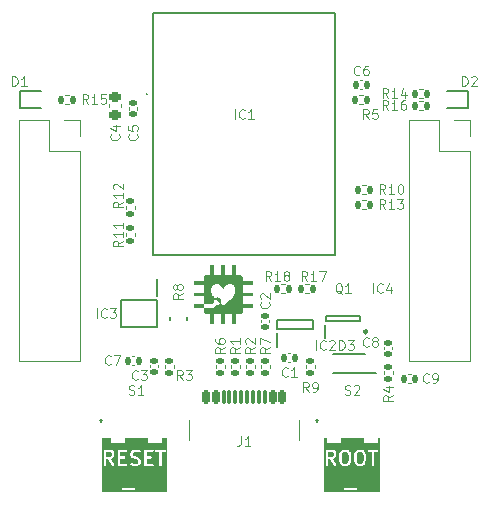
<source format=gbr>
%TF.GenerationSoftware,KiCad,Pcbnew,8.0.7*%
%TF.CreationDate,2024-12-17T10:58:39+01:00*%
%TF.ProjectId,stackflex_core,73746163-6b66-46c6-9578-5f636f72652e,2025.1.0*%
%TF.SameCoordinates,Original*%
%TF.FileFunction,Legend,Top*%
%TF.FilePolarity,Positive*%
%FSLAX46Y46*%
G04 Gerber Fmt 4.6, Leading zero omitted, Abs format (unit mm)*
G04 Created by KiCad (PCBNEW 8.0.7) date 2024-12-17 10:58:39*
%MOMM*%
%LPD*%
G01*
G04 APERTURE LIST*
G04 Aperture macros list*
%AMRoundRect*
0 Rectangle with rounded corners*
0 $1 Rounding radius*
0 $2 $3 $4 $5 $6 $7 $8 $9 X,Y pos of 4 corners*
0 Add a 4 corners polygon primitive as box body*
4,1,4,$2,$3,$4,$5,$6,$7,$8,$9,$2,$3,0*
0 Add four circle primitives for the rounded corners*
1,1,$1+$1,$2,$3*
1,1,$1+$1,$4,$5*
1,1,$1+$1,$6,$7*
1,1,$1+$1,$8,$9*
0 Add four rect primitives between the rounded corners*
20,1,$1+$1,$2,$3,$4,$5,0*
20,1,$1+$1,$4,$5,$6,$7,0*
20,1,$1+$1,$6,$7,$8,$9,0*
20,1,$1+$1,$8,$9,$2,$3,0*%
G04 Aperture macros list end*
%ADD10C,0.200000*%
%ADD11C,0.100000*%
%ADD12C,0.120000*%
%ADD13C,0.250000*%
%ADD14C,0.152400*%
%ADD15C,0.000000*%
%ADD16R,0.800000X0.400000*%
%ADD17R,0.400000X0.800000*%
%ADD18R,1.200000X1.200000*%
%ADD19R,0.800000X0.800000*%
%ADD20RoundRect,0.135000X-0.135000X-0.185000X0.135000X-0.185000X0.135000X0.185000X-0.135000X0.185000X0*%
%ADD21RoundRect,0.135000X0.135000X0.185000X-0.135000X0.185000X-0.135000X-0.185000X0.135000X-0.185000X0*%
%ADD22RoundRect,0.140000X0.170000X-0.140000X0.170000X0.140000X-0.170000X0.140000X-0.170000X-0.140000X0*%
%ADD23R,1.700000X1.700000*%
%ADD24O,1.700000X1.700000*%
%ADD25C,5.600000*%
%ADD26RoundRect,0.135000X-0.185000X0.135000X-0.185000X-0.135000X0.185000X-0.135000X0.185000X0.135000X0*%
%ADD27R,0.600000X1.150000*%
%ADD28R,0.950000X1.400000*%
%ADD29R,1.150000X0.750000*%
%ADD30RoundRect,0.140000X-0.140000X-0.170000X0.140000X-0.170000X0.140000X0.170000X-0.140000X0.170000X0*%
%ADD31RoundRect,0.140000X-0.170000X0.140000X-0.170000X-0.140000X0.170000X-0.140000X0.170000X0.140000X0*%
%ADD32R,0.700000X0.650000*%
%ADD33RoundRect,0.135000X0.185000X-0.135000X0.185000X0.135000X-0.185000X0.135000X-0.185000X-0.135000X0*%
%ADD34R,0.300000X0.750000*%
%ADD35R,1.300000X0.900000*%
%ADD36R,1.397000X1.016000*%
%ADD37C,0.650000*%
%ADD38RoundRect,0.150000X-0.150000X-0.425000X0.150000X-0.425000X0.150000X0.425000X-0.150000X0.425000X0*%
%ADD39RoundRect,0.075000X-0.075000X-0.500000X0.075000X-0.500000X0.075000X0.500000X-0.075000X0.500000X0*%
%ADD40O,1.000000X2.100000*%
%ADD41O,1.000000X1.800000*%
%ADD42R,0.300000X1.400000*%
%ADD43R,1.200000X0.750000*%
%ADD44RoundRect,0.225000X0.250000X-0.225000X0.250000X0.225000X-0.250000X0.225000X-0.250000X-0.225000X0*%
G04 APERTURE END LIST*
D10*
G36*
X8733483Y-17932138D02*
G01*
X8816710Y-18015365D01*
X8864149Y-18205120D01*
X8864149Y-18580500D01*
X8816710Y-18770256D01*
X8733483Y-18853482D01*
X8654828Y-18892810D01*
X8473470Y-18892810D01*
X8394814Y-18853482D01*
X8311587Y-18770255D01*
X8264149Y-18580500D01*
X8264149Y-18205120D01*
X8311587Y-18015365D01*
X8394814Y-17932138D01*
X8473470Y-17892810D01*
X8654827Y-17892810D01*
X8733483Y-17932138D01*
G37*
G36*
X9990626Y-17932138D02*
G01*
X10073853Y-18015365D01*
X10121292Y-18205120D01*
X10121292Y-18580500D01*
X10073853Y-18770256D01*
X9990626Y-18853482D01*
X9911971Y-18892810D01*
X9730613Y-18892810D01*
X9651957Y-18853482D01*
X9568730Y-18770255D01*
X9521292Y-18580500D01*
X9521292Y-18205120D01*
X9568730Y-18015365D01*
X9651957Y-17932138D01*
X9730613Y-17892810D01*
X9911970Y-17892810D01*
X9990626Y-17932138D01*
G37*
G36*
X7533483Y-17932138D02*
G01*
X7567677Y-17966331D01*
X7607006Y-18044989D01*
X7607006Y-18169202D01*
X7567677Y-18247860D01*
X7533483Y-18282053D01*
X7454827Y-18321382D01*
X7121292Y-18321382D01*
X7121292Y-17892810D01*
X7454827Y-17892810D01*
X7533483Y-17932138D01*
G37*
G36*
X11481276Y-21272361D02*
G01*
X6787959Y-21272361D01*
X6787959Y-21019519D01*
X8466071Y-21019519D01*
X8466071Y-21058537D01*
X8481003Y-21094585D01*
X8508593Y-21122175D01*
X8544641Y-21137107D01*
X8564150Y-21139028D01*
X9478435Y-21139028D01*
X9497944Y-21137107D01*
X9533992Y-21122175D01*
X9561582Y-21094585D01*
X9576514Y-21058537D01*
X9576514Y-21019519D01*
X9561582Y-20983471D01*
X9533992Y-20955881D01*
X9497944Y-20940949D01*
X9478435Y-20939028D01*
X8564150Y-20939028D01*
X8544641Y-20940949D01*
X8508593Y-20955881D01*
X8481003Y-20983471D01*
X8466071Y-21019519D01*
X6787959Y-21019519D01*
X6787959Y-17792810D01*
X6921292Y-17792810D01*
X6921292Y-18992810D01*
X6923213Y-19012319D01*
X6938145Y-19048367D01*
X6965735Y-19075957D01*
X7001783Y-19090889D01*
X7040801Y-19090889D01*
X7076849Y-19075957D01*
X7104439Y-19048367D01*
X7119371Y-19012319D01*
X7121292Y-18992810D01*
X7121292Y-18521382D01*
X7254941Y-18521382D01*
X7625083Y-19050156D01*
X7637844Y-19065037D01*
X7670749Y-19086006D01*
X7709174Y-19092787D01*
X7747268Y-19084347D01*
X7779233Y-19061972D01*
X7800202Y-19029067D01*
X7806983Y-18990642D01*
X7798543Y-18952548D01*
X7788929Y-18935464D01*
X7497740Y-18519481D01*
X7497944Y-18519461D01*
X7501264Y-18518085D01*
X7504848Y-18517831D01*
X7523157Y-18510825D01*
X7637442Y-18453681D01*
X7645838Y-18448396D01*
X7648277Y-18447386D01*
X7651020Y-18445134D01*
X7654032Y-18443239D01*
X7655764Y-18441241D01*
X7663431Y-18434950D01*
X7720573Y-18377807D01*
X7726865Y-18370140D01*
X7728863Y-18368408D01*
X7730756Y-18365399D01*
X7733010Y-18362654D01*
X7734020Y-18360213D01*
X7739306Y-18351817D01*
X7796449Y-18237531D01*
X7803455Y-18219223D01*
X7803709Y-18215639D01*
X7805085Y-18212319D01*
X7807006Y-18192810D01*
X8064149Y-18192810D01*
X8064149Y-18592810D01*
X8064484Y-18596212D01*
X8064267Y-18597671D01*
X8065346Y-18604968D01*
X8066070Y-18612319D01*
X8066634Y-18613682D01*
X8067135Y-18617064D01*
X8124278Y-18845636D01*
X8130873Y-18864097D01*
X8135300Y-18870072D01*
X8138145Y-18876939D01*
X8150581Y-18892093D01*
X8264867Y-19006379D01*
X8272537Y-19012673D01*
X8274267Y-19014668D01*
X8277274Y-19016561D01*
X8280021Y-19018815D01*
X8282460Y-19019825D01*
X8290857Y-19025111D01*
X8405142Y-19082253D01*
X8423450Y-19089259D01*
X8427033Y-19089513D01*
X8430354Y-19090889D01*
X8449863Y-19092810D01*
X8678435Y-19092810D01*
X8697944Y-19090889D01*
X8701264Y-19089513D01*
X8704848Y-19089259D01*
X8723156Y-19082253D01*
X8837441Y-19025111D01*
X8845837Y-19019825D01*
X8848277Y-19018815D01*
X8851023Y-19016561D01*
X8854031Y-19014668D01*
X8855761Y-19012673D01*
X8863431Y-19006379D01*
X8977717Y-18892093D01*
X8990153Y-18876939D01*
X8992998Y-18870070D01*
X8997425Y-18864096D01*
X9004020Y-18845636D01*
X9061163Y-18617063D01*
X9061662Y-18613683D01*
X9062228Y-18612319D01*
X9062951Y-18604967D01*
X9064031Y-18597671D01*
X9063813Y-18596212D01*
X9064149Y-18592810D01*
X9064149Y-18192810D01*
X9321292Y-18192810D01*
X9321292Y-18592810D01*
X9321627Y-18596212D01*
X9321410Y-18597671D01*
X9322489Y-18604968D01*
X9323213Y-18612319D01*
X9323777Y-18613682D01*
X9324278Y-18617064D01*
X9381421Y-18845636D01*
X9388016Y-18864097D01*
X9392443Y-18870072D01*
X9395288Y-18876939D01*
X9407724Y-18892093D01*
X9522010Y-19006379D01*
X9529680Y-19012673D01*
X9531410Y-19014668D01*
X9534417Y-19016561D01*
X9537164Y-19018815D01*
X9539603Y-19019825D01*
X9548000Y-19025111D01*
X9662285Y-19082253D01*
X9680593Y-19089259D01*
X9684176Y-19089513D01*
X9687497Y-19090889D01*
X9707006Y-19092810D01*
X9935578Y-19092810D01*
X9955087Y-19090889D01*
X9958407Y-19089513D01*
X9961991Y-19089259D01*
X9980299Y-19082253D01*
X10094584Y-19025111D01*
X10102980Y-19019825D01*
X10105420Y-19018815D01*
X10108166Y-19016561D01*
X10111174Y-19014668D01*
X10112904Y-19012673D01*
X10120574Y-19006379D01*
X10234860Y-18892093D01*
X10247296Y-18876939D01*
X10250141Y-18870070D01*
X10254568Y-18864096D01*
X10261163Y-18845636D01*
X10318306Y-18617063D01*
X10318805Y-18613683D01*
X10319371Y-18612319D01*
X10320094Y-18604967D01*
X10321174Y-18597671D01*
X10320956Y-18596212D01*
X10321292Y-18592810D01*
X10321292Y-18192810D01*
X10320956Y-18189407D01*
X10321174Y-18187949D01*
X10320094Y-18180652D01*
X10319371Y-18173301D01*
X10318805Y-18171936D01*
X10318306Y-18168557D01*
X10261163Y-17939985D01*
X10254568Y-17921525D01*
X10250141Y-17915550D01*
X10247296Y-17908682D01*
X10234860Y-17893528D01*
X10120574Y-17779242D01*
X10113335Y-17773301D01*
X10466070Y-17773301D01*
X10466070Y-17812319D01*
X10481002Y-17848367D01*
X10508592Y-17875957D01*
X10544640Y-17890889D01*
X10564149Y-17892810D01*
X10807006Y-17892810D01*
X10807006Y-18992810D01*
X10808927Y-19012319D01*
X10823859Y-19048367D01*
X10851449Y-19075957D01*
X10887497Y-19090889D01*
X10926515Y-19090889D01*
X10962563Y-19075957D01*
X10990153Y-19048367D01*
X11005085Y-19012319D01*
X11007006Y-18992810D01*
X11007006Y-17892810D01*
X11249864Y-17892810D01*
X11269373Y-17890889D01*
X11305421Y-17875957D01*
X11333011Y-17848367D01*
X11347943Y-17812319D01*
X11347943Y-17773301D01*
X11333011Y-17737253D01*
X11305421Y-17709663D01*
X11269373Y-17694731D01*
X11249864Y-17692810D01*
X10564149Y-17692810D01*
X10544640Y-17694731D01*
X10508592Y-17709663D01*
X10481002Y-17737253D01*
X10466070Y-17773301D01*
X10113335Y-17773301D01*
X10112907Y-17772950D01*
X10111175Y-17770953D01*
X10108163Y-17769057D01*
X10105420Y-17766806D01*
X10102981Y-17765795D01*
X10094585Y-17760511D01*
X9980300Y-17703367D01*
X9961991Y-17696361D01*
X9958407Y-17696106D01*
X9955087Y-17694731D01*
X9935578Y-17692810D01*
X9707006Y-17692810D01*
X9687497Y-17694731D01*
X9684176Y-17696106D01*
X9680593Y-17696361D01*
X9662285Y-17703367D01*
X9547999Y-17760510D01*
X9539600Y-17765796D01*
X9537164Y-17766806D01*
X9534420Y-17769057D01*
X9531409Y-17770953D01*
X9529676Y-17772950D01*
X9522010Y-17779242D01*
X9407724Y-17893528D01*
X9395288Y-17908682D01*
X9392443Y-17915548D01*
X9388016Y-17921524D01*
X9381421Y-17939985D01*
X9324278Y-18168556D01*
X9323777Y-18171937D01*
X9323213Y-18173301D01*
X9322489Y-18180651D01*
X9321410Y-18187949D01*
X9321627Y-18189407D01*
X9321292Y-18192810D01*
X9064149Y-18192810D01*
X9063813Y-18189407D01*
X9064031Y-18187949D01*
X9062951Y-18180652D01*
X9062228Y-18173301D01*
X9061662Y-18171936D01*
X9061163Y-18168557D01*
X9004020Y-17939985D01*
X8997425Y-17921525D01*
X8992998Y-17915550D01*
X8990153Y-17908682D01*
X8977717Y-17893528D01*
X8863431Y-17779242D01*
X8855764Y-17772950D01*
X8854032Y-17770953D01*
X8851020Y-17769057D01*
X8848277Y-17766806D01*
X8845838Y-17765795D01*
X8837442Y-17760511D01*
X8723157Y-17703367D01*
X8704848Y-17696361D01*
X8701264Y-17696106D01*
X8697944Y-17694731D01*
X8678435Y-17692810D01*
X8449863Y-17692810D01*
X8430354Y-17694731D01*
X8427033Y-17696106D01*
X8423450Y-17696361D01*
X8405142Y-17703367D01*
X8290856Y-17760510D01*
X8282457Y-17765796D01*
X8280021Y-17766806D01*
X8277277Y-17769057D01*
X8274266Y-17770953D01*
X8272533Y-17772950D01*
X8264867Y-17779242D01*
X8150581Y-17893528D01*
X8138145Y-17908682D01*
X8135300Y-17915548D01*
X8130873Y-17921524D01*
X8124278Y-17939985D01*
X8067135Y-18168556D01*
X8066634Y-18171937D01*
X8066070Y-18173301D01*
X8065346Y-18180651D01*
X8064267Y-18187949D01*
X8064484Y-18189407D01*
X8064149Y-18192810D01*
X7807006Y-18192810D01*
X7807006Y-18021382D01*
X7805085Y-18001873D01*
X7803709Y-17998552D01*
X7803455Y-17994969D01*
X7796449Y-17976661D01*
X7739306Y-17862375D01*
X7734020Y-17853978D01*
X7733010Y-17851538D01*
X7730756Y-17848792D01*
X7728863Y-17845784D01*
X7726865Y-17844051D01*
X7720573Y-17836385D01*
X7663431Y-17779242D01*
X7655764Y-17772950D01*
X7654032Y-17770953D01*
X7651020Y-17769057D01*
X7648277Y-17766806D01*
X7645838Y-17765795D01*
X7637442Y-17760511D01*
X7523157Y-17703367D01*
X7504848Y-17696361D01*
X7501264Y-17696106D01*
X7497944Y-17694731D01*
X7478435Y-17692810D01*
X7021292Y-17692810D01*
X7001783Y-17694731D01*
X6965735Y-17709663D01*
X6938145Y-17737253D01*
X6923213Y-17773301D01*
X6921292Y-17792810D01*
X6787959Y-17792810D01*
X6787959Y-16984227D01*
X7780356Y-16984227D01*
X7780356Y-17023245D01*
X7787863Y-17041368D01*
X7795288Y-17059294D01*
X7807725Y-17074447D01*
X7864868Y-17131590D01*
X7880016Y-17144021D01*
X7880020Y-17144025D01*
X7880021Y-17144025D01*
X7880022Y-17144026D01*
X7901138Y-17152772D01*
X7916069Y-17158957D01*
X7916070Y-17158957D01*
X7955086Y-17158957D01*
X7955088Y-17158957D01*
X7976203Y-17150210D01*
X7991135Y-17144026D01*
X8006288Y-17131589D01*
X8063431Y-17074447D01*
X8075868Y-17059294D01*
X8090800Y-17023246D01*
X8090800Y-16984228D01*
X8075869Y-16948179D01*
X8075868Y-16948178D01*
X8063431Y-16933025D01*
X8006289Y-16875882D01*
X7991135Y-16863446D01*
X7955087Y-16848514D01*
X7916069Y-16848514D01*
X7890578Y-16859072D01*
X7880020Y-16863446D01*
X7864867Y-16875883D01*
X7807724Y-16933025D01*
X7795292Y-16948173D01*
X7795287Y-16948179D01*
X7787864Y-16966102D01*
X7780356Y-16984227D01*
X6787959Y-16984227D01*
X6787959Y-16715181D01*
X11481276Y-16715181D01*
X11481276Y-21272361D01*
G37*
G36*
X-11262517Y-17932138D02*
G01*
X-11228323Y-17966331D01*
X-11188994Y-18044989D01*
X-11188994Y-18169202D01*
X-11228323Y-18247860D01*
X-11262517Y-18282053D01*
X-11341173Y-18321382D01*
X-11674708Y-18321382D01*
X-11674708Y-17892810D01*
X-11341173Y-17892810D01*
X-11262517Y-17932138D01*
G37*
G36*
X-6514725Y-21272361D02*
G01*
X-12008041Y-21272361D01*
X-12008041Y-21019519D01*
X-10329929Y-21019519D01*
X-10329929Y-21058537D01*
X-10314997Y-21094585D01*
X-10287407Y-21122175D01*
X-10251359Y-21137107D01*
X-10231850Y-21139028D01*
X-9317565Y-21139028D01*
X-9298056Y-21137107D01*
X-9262008Y-21122175D01*
X-9234418Y-21094585D01*
X-9219486Y-21058537D01*
X-9219486Y-21019519D01*
X-9234418Y-20983471D01*
X-9262008Y-20955881D01*
X-9298056Y-20940949D01*
X-9317565Y-20939028D01*
X-10231850Y-20939028D01*
X-10251359Y-20940949D01*
X-10287407Y-20955881D01*
X-10314997Y-20983471D01*
X-10329929Y-21019519D01*
X-12008041Y-21019519D01*
X-12008041Y-17792810D01*
X-11874708Y-17792810D01*
X-11874708Y-18992810D01*
X-11872787Y-19012319D01*
X-11857855Y-19048367D01*
X-11830265Y-19075957D01*
X-11794217Y-19090889D01*
X-11755199Y-19090889D01*
X-11719151Y-19075957D01*
X-11691561Y-19048367D01*
X-11676629Y-19012319D01*
X-11674708Y-18992810D01*
X-11674708Y-18521382D01*
X-11541059Y-18521382D01*
X-11170917Y-19050156D01*
X-11158156Y-19065037D01*
X-11125251Y-19086006D01*
X-11086826Y-19092787D01*
X-11048732Y-19084347D01*
X-11016767Y-19061972D01*
X-10995798Y-19029067D01*
X-10989017Y-18990642D01*
X-10997457Y-18952548D01*
X-11007071Y-18935464D01*
X-11298260Y-18519481D01*
X-11298056Y-18519461D01*
X-11294736Y-18518085D01*
X-11291152Y-18517831D01*
X-11272843Y-18510825D01*
X-11158558Y-18453681D01*
X-11150162Y-18448396D01*
X-11147723Y-18447386D01*
X-11144980Y-18445134D01*
X-11141968Y-18443239D01*
X-11140236Y-18441241D01*
X-11132569Y-18434950D01*
X-11075427Y-18377807D01*
X-11069135Y-18370140D01*
X-11067137Y-18368408D01*
X-11065244Y-18365399D01*
X-11062990Y-18362654D01*
X-11061980Y-18360213D01*
X-11056694Y-18351817D01*
X-10999551Y-18237531D01*
X-10992545Y-18219223D01*
X-10992291Y-18215639D01*
X-10990915Y-18212319D01*
X-10988994Y-18192810D01*
X-10988994Y-18021382D01*
X-10990915Y-18001873D01*
X-10992291Y-17998552D01*
X-10992545Y-17994969D01*
X-10999551Y-17976661D01*
X-11056694Y-17862375D01*
X-11061980Y-17853978D01*
X-11062990Y-17851538D01*
X-11065244Y-17848792D01*
X-11067137Y-17845784D01*
X-11069135Y-17844051D01*
X-11075427Y-17836385D01*
X-11119001Y-17792810D01*
X-10674708Y-17792810D01*
X-10674708Y-18992810D01*
X-10672787Y-19012319D01*
X-10657855Y-19048367D01*
X-10630265Y-19075957D01*
X-10594217Y-19090889D01*
X-10574708Y-19092810D01*
X-10003280Y-19092810D01*
X-9983771Y-19090889D01*
X-9947723Y-19075957D01*
X-9920133Y-19048367D01*
X-9905201Y-19012319D01*
X-9905201Y-18973301D01*
X-9920133Y-18937253D01*
X-9947723Y-18909663D01*
X-9983771Y-18894731D01*
X-10003280Y-18892810D01*
X-10474708Y-18892810D01*
X-10474708Y-18464239D01*
X-10174708Y-18464239D01*
X-10155199Y-18462318D01*
X-10119151Y-18447386D01*
X-10091561Y-18419796D01*
X-10076629Y-18383748D01*
X-10076629Y-18344730D01*
X-10091561Y-18308682D01*
X-10119151Y-18281092D01*
X-10155199Y-18266160D01*
X-10174708Y-18264239D01*
X-10474708Y-18264239D01*
X-10474708Y-18021382D01*
X-9646137Y-18021382D01*
X-9646137Y-18135668D01*
X-9644216Y-18155177D01*
X-9642841Y-18158497D01*
X-9642586Y-18162081D01*
X-9635580Y-18180390D01*
X-9578436Y-18294675D01*
X-9573152Y-18303071D01*
X-9572141Y-18305510D01*
X-9569890Y-18308253D01*
X-9567994Y-18311265D01*
X-9565997Y-18312997D01*
X-9559705Y-18320664D01*
X-9502562Y-18377806D01*
X-9494896Y-18384098D01*
X-9493163Y-18386096D01*
X-9490154Y-18387990D01*
X-9487409Y-18390243D01*
X-9484971Y-18391253D01*
X-9476573Y-18396539D01*
X-9362287Y-18453682D01*
X-9360861Y-18454227D01*
X-9360280Y-18454658D01*
X-9352098Y-18457581D01*
X-9343979Y-18460688D01*
X-9343259Y-18460739D01*
X-9341820Y-18461253D01*
X-9123899Y-18515733D01*
X-9033944Y-18560710D01*
X-8999753Y-18594901D01*
X-8960423Y-18673559D01*
X-8960423Y-18740631D01*
X-8999753Y-18819290D01*
X-9033944Y-18853481D01*
X-9112601Y-18892810D01*
X-9358481Y-18892810D01*
X-9514515Y-18840800D01*
X-9533630Y-18836453D01*
X-9572550Y-18839219D01*
X-9607449Y-18856669D01*
X-9633014Y-18886145D01*
X-9645352Y-18923161D01*
X-9642586Y-18962081D01*
X-9625136Y-18996980D01*
X-9595660Y-19022545D01*
X-9577759Y-19030536D01*
X-9406330Y-19087679D01*
X-9396658Y-19089878D01*
X-9394217Y-19090889D01*
X-9390680Y-19091237D01*
X-9387215Y-19092025D01*
X-9384582Y-19091837D01*
X-9374708Y-19092810D01*
X-9088994Y-19092810D01*
X-9069485Y-19090889D01*
X-9066165Y-19089513D01*
X-9062582Y-19089259D01*
X-9044273Y-19082253D01*
X-8929987Y-19025111D01*
X-8921592Y-19019826D01*
X-8919150Y-19018815D01*
X-8916403Y-19016559D01*
X-8913397Y-19014668D01*
X-8911667Y-19012672D01*
X-8903997Y-19006378D01*
X-8846854Y-18949235D01*
X-8840563Y-18941568D01*
X-8838566Y-18939837D01*
X-8836672Y-18936826D01*
X-8834418Y-18934081D01*
X-8833408Y-18931642D01*
X-8828123Y-18923246D01*
X-8770980Y-18808960D01*
X-8763974Y-18790652D01*
X-8763720Y-18787068D01*
X-8762344Y-18783748D01*
X-8760423Y-18764239D01*
X-8760423Y-18649953D01*
X-8762344Y-18630444D01*
X-8763720Y-18627123D01*
X-8763974Y-18623540D01*
X-8770980Y-18605232D01*
X-8828123Y-18490946D01*
X-8833409Y-18482549D01*
X-8834418Y-18480112D01*
X-8836671Y-18477367D01*
X-8838566Y-18474356D01*
X-8840563Y-18472624D01*
X-8846854Y-18464958D01*
X-8903997Y-18407815D01*
X-8911664Y-18401522D01*
X-8913396Y-18399525D01*
X-8916406Y-18397630D01*
X-8919150Y-18395378D01*
X-8921589Y-18394367D01*
X-8929986Y-18389082D01*
X-9044273Y-18331939D01*
X-9045698Y-18331393D01*
X-9046279Y-18330963D01*
X-9054471Y-18328036D01*
X-9062581Y-18324933D01*
X-9063302Y-18324881D01*
X-9064740Y-18324368D01*
X-9282664Y-18269887D01*
X-9372617Y-18224909D01*
X-9406809Y-18190716D01*
X-9446137Y-18112060D01*
X-9446137Y-18044989D01*
X-9406809Y-17966332D01*
X-9372617Y-17932139D01*
X-9293959Y-17892810D01*
X-9048078Y-17892810D01*
X-8892046Y-17944821D01*
X-8872931Y-17949168D01*
X-8834011Y-17946402D01*
X-8799112Y-17928952D01*
X-8773547Y-17899476D01*
X-8761208Y-17862461D01*
X-8763974Y-17823541D01*
X-8779340Y-17792810D01*
X-8446137Y-17792810D01*
X-8446137Y-18992810D01*
X-8444216Y-19012319D01*
X-8429284Y-19048367D01*
X-8401694Y-19075957D01*
X-8365646Y-19090889D01*
X-8346137Y-19092810D01*
X-7774709Y-19092810D01*
X-7755200Y-19090889D01*
X-7719152Y-19075957D01*
X-7691562Y-19048367D01*
X-7676630Y-19012319D01*
X-7676630Y-18973301D01*
X-7691562Y-18937253D01*
X-7719152Y-18909663D01*
X-7755200Y-18894731D01*
X-7774709Y-18892810D01*
X-8246137Y-18892810D01*
X-8246137Y-18464239D01*
X-7946137Y-18464239D01*
X-7926628Y-18462318D01*
X-7890580Y-18447386D01*
X-7862990Y-18419796D01*
X-7848058Y-18383748D01*
X-7848058Y-18344730D01*
X-7862990Y-18308682D01*
X-7890580Y-18281092D01*
X-7926628Y-18266160D01*
X-7946137Y-18264239D01*
X-8246137Y-18264239D01*
X-8246137Y-17892810D01*
X-7774709Y-17892810D01*
X-7755200Y-17890889D01*
X-7719152Y-17875957D01*
X-7691562Y-17848367D01*
X-7676630Y-17812319D01*
X-7676630Y-17773301D01*
X-7529931Y-17773301D01*
X-7529931Y-17812319D01*
X-7514999Y-17848367D01*
X-7487409Y-17875957D01*
X-7451361Y-17890889D01*
X-7431852Y-17892810D01*
X-7188995Y-17892810D01*
X-7188995Y-18992810D01*
X-7187074Y-19012319D01*
X-7172142Y-19048367D01*
X-7144552Y-19075957D01*
X-7108504Y-19090889D01*
X-7069486Y-19090889D01*
X-7033438Y-19075957D01*
X-7005848Y-19048367D01*
X-6990916Y-19012319D01*
X-6988995Y-18992810D01*
X-6988995Y-17892810D01*
X-6746137Y-17892810D01*
X-6726628Y-17890889D01*
X-6690580Y-17875957D01*
X-6662990Y-17848367D01*
X-6648058Y-17812319D01*
X-6648058Y-17773301D01*
X-6662990Y-17737253D01*
X-6690580Y-17709663D01*
X-6726628Y-17694731D01*
X-6746137Y-17692810D01*
X-7431852Y-17692810D01*
X-7451361Y-17694731D01*
X-7487409Y-17709663D01*
X-7514999Y-17737253D01*
X-7529931Y-17773301D01*
X-7676630Y-17773301D01*
X-7691562Y-17737253D01*
X-7719152Y-17709663D01*
X-7755200Y-17694731D01*
X-7774709Y-17692810D01*
X-8346137Y-17692810D01*
X-8365646Y-17694731D01*
X-8401694Y-17709663D01*
X-8429284Y-17737253D01*
X-8444216Y-17773301D01*
X-8446137Y-17792810D01*
X-8779340Y-17792810D01*
X-8781424Y-17788642D01*
X-8810900Y-17763076D01*
X-8828800Y-17755085D01*
X-9000228Y-17697942D01*
X-9009901Y-17695742D01*
X-9012342Y-17694731D01*
X-9015880Y-17694382D01*
X-9019343Y-17693595D01*
X-9021978Y-17693782D01*
X-9031851Y-17692810D01*
X-9317566Y-17692810D01*
X-9337075Y-17694731D01*
X-9340396Y-17696106D01*
X-9343979Y-17696361D01*
X-9362287Y-17703367D01*
X-9476573Y-17760510D01*
X-9484971Y-17765795D01*
X-9487409Y-17766806D01*
X-9490154Y-17769058D01*
X-9493163Y-17770953D01*
X-9494896Y-17772950D01*
X-9502562Y-17779243D01*
X-9559705Y-17836385D01*
X-9565997Y-17844051D01*
X-9567994Y-17845784D01*
X-9569890Y-17848795D01*
X-9572141Y-17851539D01*
X-9573151Y-17853975D01*
X-9578437Y-17862374D01*
X-9635580Y-17976661D01*
X-9642586Y-17994969D01*
X-9642841Y-17998552D01*
X-9644216Y-18001873D01*
X-9646137Y-18021382D01*
X-10474708Y-18021382D01*
X-10474708Y-17892810D01*
X-10003280Y-17892810D01*
X-9983771Y-17890889D01*
X-9947723Y-17875957D01*
X-9920133Y-17848367D01*
X-9905201Y-17812319D01*
X-9905201Y-17773301D01*
X-9920133Y-17737253D01*
X-9947723Y-17709663D01*
X-9983771Y-17694731D01*
X-10003280Y-17692810D01*
X-10574708Y-17692810D01*
X-10594217Y-17694731D01*
X-10630265Y-17709663D01*
X-10657855Y-17737253D01*
X-10672787Y-17773301D01*
X-10674708Y-17792810D01*
X-11119001Y-17792810D01*
X-11132569Y-17779242D01*
X-11140236Y-17772950D01*
X-11141968Y-17770953D01*
X-11144980Y-17769057D01*
X-11147723Y-17766806D01*
X-11150162Y-17765795D01*
X-11158558Y-17760511D01*
X-11272843Y-17703367D01*
X-11291152Y-17696361D01*
X-11294736Y-17696106D01*
X-11298056Y-17694731D01*
X-11317565Y-17692810D01*
X-11774708Y-17692810D01*
X-11794217Y-17694731D01*
X-11830265Y-17709663D01*
X-11857855Y-17737253D01*
X-11872787Y-17773301D01*
X-11874708Y-17792810D01*
X-12008041Y-17792810D01*
X-12008041Y-16984227D01*
X-11015644Y-16984227D01*
X-11015644Y-17023245D01*
X-11008137Y-17041368D01*
X-11000712Y-17059294D01*
X-10988275Y-17074447D01*
X-10931132Y-17131590D01*
X-10915984Y-17144021D01*
X-10915980Y-17144025D01*
X-10915979Y-17144025D01*
X-10915978Y-17144026D01*
X-10894862Y-17152772D01*
X-10879931Y-17158957D01*
X-10879930Y-17158957D01*
X-10840914Y-17158957D01*
X-10840912Y-17158957D01*
X-10819797Y-17150210D01*
X-10804865Y-17144026D01*
X-10789712Y-17131589D01*
X-10732569Y-17074447D01*
X-10720132Y-17059294D01*
X-10705200Y-17023246D01*
X-10705200Y-16984228D01*
X-10720131Y-16948179D01*
X-10720132Y-16948178D01*
X-10732569Y-16933025D01*
X-10789711Y-16875882D01*
X-10804865Y-16863446D01*
X-10840913Y-16848514D01*
X-10879931Y-16848514D01*
X-10905422Y-16859072D01*
X-10915980Y-16863446D01*
X-10931133Y-16875883D01*
X-10988276Y-16933025D01*
X-11000708Y-16948173D01*
X-11000713Y-16948179D01*
X-11008136Y-16966102D01*
X-11015644Y-16984227D01*
X-12008041Y-16984227D01*
X-12008041Y-16715181D01*
X-6514725Y-16715181D01*
X-6514725Y-21272361D01*
G37*
D11*
X-780952Y10303105D02*
X-780952Y11103105D01*
X57143Y10379296D02*
X19047Y10341200D01*
X19047Y10341200D02*
X-95238Y10303105D01*
X-95238Y10303105D02*
X-171429Y10303105D01*
X-171429Y10303105D02*
X-285715Y10341200D01*
X-285715Y10341200D02*
X-361905Y10417391D01*
X-361905Y10417391D02*
X-400000Y10493581D01*
X-400000Y10493581D02*
X-438096Y10645962D01*
X-438096Y10645962D02*
X-438096Y10760248D01*
X-438096Y10760248D02*
X-400000Y10912629D01*
X-400000Y10912629D02*
X-361905Y10988820D01*
X-361905Y10988820D02*
X-285715Y11065010D01*
X-285715Y11065010D02*
X-171429Y11103105D01*
X-171429Y11103105D02*
X-95238Y11103105D01*
X-95238Y11103105D02*
X19047Y11065010D01*
X19047Y11065010D02*
X57143Y11026915D01*
X819047Y10303105D02*
X361904Y10303105D01*
X590476Y10303105D02*
X590476Y11103105D01*
X590476Y11103105D02*
X514285Y10988820D01*
X514285Y10988820D02*
X438095Y10912629D01*
X438095Y10912629D02*
X361904Y10874534D01*
X-13214286Y11573105D02*
X-13480953Y11954058D01*
X-13671429Y11573105D02*
X-13671429Y12373105D01*
X-13671429Y12373105D02*
X-13366667Y12373105D01*
X-13366667Y12373105D02*
X-13290477Y12335010D01*
X-13290477Y12335010D02*
X-13252382Y12296915D01*
X-13252382Y12296915D02*
X-13214286Y12220724D01*
X-13214286Y12220724D02*
X-13214286Y12106439D01*
X-13214286Y12106439D02*
X-13252382Y12030248D01*
X-13252382Y12030248D02*
X-13290477Y11992153D01*
X-13290477Y11992153D02*
X-13366667Y11954058D01*
X-13366667Y11954058D02*
X-13671429Y11954058D01*
X-12452382Y11573105D02*
X-12909525Y11573105D01*
X-12680953Y11573105D02*
X-12680953Y12373105D01*
X-12680953Y12373105D02*
X-12757144Y12258820D01*
X-12757144Y12258820D02*
X-12833334Y12182629D01*
X-12833334Y12182629D02*
X-12909525Y12144534D01*
X-11728572Y12373105D02*
X-12109524Y12373105D01*
X-12109524Y12373105D02*
X-12147620Y11992153D01*
X-12147620Y11992153D02*
X-12109524Y12030248D01*
X-12109524Y12030248D02*
X-12033334Y12068343D01*
X-12033334Y12068343D02*
X-11842858Y12068343D01*
X-11842858Y12068343D02*
X-11766667Y12030248D01*
X-11766667Y12030248D02*
X-11728572Y11992153D01*
X-11728572Y11992153D02*
X-11690477Y11915962D01*
X-11690477Y11915962D02*
X-11690477Y11725486D01*
X-11690477Y11725486D02*
X-11728572Y11649296D01*
X-11728572Y11649296D02*
X-11766667Y11611200D01*
X-11766667Y11611200D02*
X-11842858Y11573105D01*
X-11842858Y11573105D02*
X-12033334Y11573105D01*
X-12033334Y11573105D02*
X-12109524Y11611200D01*
X-12109524Y11611200D02*
X-12147620Y11649296D01*
X5327714Y-3412895D02*
X5061047Y-3031942D01*
X4870571Y-3412895D02*
X4870571Y-2612895D01*
X4870571Y-2612895D02*
X5175333Y-2612895D01*
X5175333Y-2612895D02*
X5251523Y-2650990D01*
X5251523Y-2650990D02*
X5289618Y-2689085D01*
X5289618Y-2689085D02*
X5327714Y-2765276D01*
X5327714Y-2765276D02*
X5327714Y-2879561D01*
X5327714Y-2879561D02*
X5289618Y-2955752D01*
X5289618Y-2955752D02*
X5251523Y-2993847D01*
X5251523Y-2993847D02*
X5175333Y-3031942D01*
X5175333Y-3031942D02*
X4870571Y-3031942D01*
X6089618Y-3412895D02*
X5632475Y-3412895D01*
X5861047Y-3412895D02*
X5861047Y-2612895D01*
X5861047Y-2612895D02*
X5784856Y-2727180D01*
X5784856Y-2727180D02*
X5708666Y-2803371D01*
X5708666Y-2803371D02*
X5632475Y-2841466D01*
X6356285Y-2612895D02*
X6889619Y-2612895D01*
X6889619Y-2612895D02*
X6546761Y-3412895D01*
X11931714Y3953105D02*
X11665047Y4334058D01*
X11474571Y3953105D02*
X11474571Y4753105D01*
X11474571Y4753105D02*
X11779333Y4753105D01*
X11779333Y4753105D02*
X11855523Y4715010D01*
X11855523Y4715010D02*
X11893618Y4676915D01*
X11893618Y4676915D02*
X11931714Y4600724D01*
X11931714Y4600724D02*
X11931714Y4486439D01*
X11931714Y4486439D02*
X11893618Y4410248D01*
X11893618Y4410248D02*
X11855523Y4372153D01*
X11855523Y4372153D02*
X11779333Y4334058D01*
X11779333Y4334058D02*
X11474571Y4334058D01*
X12693618Y3953105D02*
X12236475Y3953105D01*
X12465047Y3953105D02*
X12465047Y4753105D01*
X12465047Y4753105D02*
X12388856Y4638820D01*
X12388856Y4638820D02*
X12312666Y4562629D01*
X12312666Y4562629D02*
X12236475Y4524534D01*
X13188857Y4753105D02*
X13265047Y4753105D01*
X13265047Y4753105D02*
X13341238Y4715010D01*
X13341238Y4715010D02*
X13379333Y4676915D01*
X13379333Y4676915D02*
X13417428Y4600724D01*
X13417428Y4600724D02*
X13455523Y4448343D01*
X13455523Y4448343D02*
X13455523Y4257867D01*
X13455523Y4257867D02*
X13417428Y4105486D01*
X13417428Y4105486D02*
X13379333Y4029296D01*
X13379333Y4029296D02*
X13341238Y3991200D01*
X13341238Y3991200D02*
X13265047Y3953105D01*
X13265047Y3953105D02*
X13188857Y3953105D01*
X13188857Y3953105D02*
X13112666Y3991200D01*
X13112666Y3991200D02*
X13074571Y4029296D01*
X13074571Y4029296D02*
X13036476Y4105486D01*
X13036476Y4105486D02*
X12998380Y4257867D01*
X12998380Y4257867D02*
X12998380Y4448343D01*
X12998380Y4448343D02*
X13036476Y4600724D01*
X13036476Y4600724D02*
X13074571Y4676915D01*
X13074571Y4676915D02*
X13112666Y4715010D01*
X13112666Y4715010D02*
X13188857Y4753105D01*
X-9109296Y9010668D02*
X-9071200Y8972572D01*
X-9071200Y8972572D02*
X-9033105Y8858287D01*
X-9033105Y8858287D02*
X-9033105Y8782096D01*
X-9033105Y8782096D02*
X-9071200Y8667810D01*
X-9071200Y8667810D02*
X-9147391Y8591620D01*
X-9147391Y8591620D02*
X-9223581Y8553525D01*
X-9223581Y8553525D02*
X-9375962Y8515429D01*
X-9375962Y8515429D02*
X-9490248Y8515429D01*
X-9490248Y8515429D02*
X-9642629Y8553525D01*
X-9642629Y8553525D02*
X-9718820Y8591620D01*
X-9718820Y8591620D02*
X-9795010Y8667810D01*
X-9795010Y8667810D02*
X-9833105Y8782096D01*
X-9833105Y8782096D02*
X-9833105Y8858287D01*
X-9833105Y8858287D02*
X-9795010Y8972572D01*
X-9795010Y8972572D02*
X-9756915Y9010668D01*
X-9833105Y9734477D02*
X-9833105Y9353525D01*
X-9833105Y9353525D02*
X-9452153Y9315429D01*
X-9452153Y9315429D02*
X-9490248Y9353525D01*
X-9490248Y9353525D02*
X-9528343Y9429715D01*
X-9528343Y9429715D02*
X-9528343Y9620191D01*
X-9528343Y9620191D02*
X-9490248Y9696382D01*
X-9490248Y9696382D02*
X-9452153Y9734477D01*
X-9452153Y9734477D02*
X-9375962Y9772572D01*
X-9375962Y9772572D02*
X-9185486Y9772572D01*
X-9185486Y9772572D02*
X-9109296Y9734477D01*
X-9109296Y9734477D02*
X-9071200Y9696382D01*
X-9071200Y9696382D02*
X-9033105Y9620191D01*
X-9033105Y9620191D02*
X-9033105Y9429715D01*
X-9033105Y9429715D02*
X-9071200Y9353525D01*
X-9071200Y9353525D02*
X-9109296Y9315429D01*
X2142895Y-9023332D02*
X1761942Y-9289999D01*
X2142895Y-9480475D02*
X1342895Y-9480475D01*
X1342895Y-9480475D02*
X1342895Y-9175713D01*
X1342895Y-9175713D02*
X1380990Y-9099523D01*
X1380990Y-9099523D02*
X1419085Y-9061428D01*
X1419085Y-9061428D02*
X1495276Y-9023332D01*
X1495276Y-9023332D02*
X1609561Y-9023332D01*
X1609561Y-9023332D02*
X1685752Y-9061428D01*
X1685752Y-9061428D02*
X1723847Y-9099523D01*
X1723847Y-9099523D02*
X1761942Y-9175713D01*
X1761942Y-9175713D02*
X1761942Y-9480475D01*
X1342895Y-8756666D02*
X1342895Y-8223332D01*
X1342895Y-8223332D02*
X2142895Y-8566190D01*
X-9023333Y-11718704D02*
X-9061429Y-11756800D01*
X-9061429Y-11756800D02*
X-9175714Y-11794895D01*
X-9175714Y-11794895D02*
X-9251905Y-11794895D01*
X-9251905Y-11794895D02*
X-9366191Y-11756800D01*
X-9366191Y-11756800D02*
X-9442381Y-11680609D01*
X-9442381Y-11680609D02*
X-9480476Y-11604419D01*
X-9480476Y-11604419D02*
X-9518572Y-11452038D01*
X-9518572Y-11452038D02*
X-9518572Y-11337752D01*
X-9518572Y-11337752D02*
X-9480476Y-11185371D01*
X-9480476Y-11185371D02*
X-9442381Y-11109180D01*
X-9442381Y-11109180D02*
X-9366191Y-11032990D01*
X-9366191Y-11032990D02*
X-9251905Y-10994895D01*
X-9251905Y-10994895D02*
X-9175714Y-10994895D01*
X-9175714Y-10994895D02*
X-9061429Y-11032990D01*
X-9061429Y-11032990D02*
X-9023333Y-11071085D01*
X-8756667Y-10994895D02*
X-8261429Y-10994895D01*
X-8261429Y-10994895D02*
X-8528095Y-11299657D01*
X-8528095Y-11299657D02*
X-8413810Y-11299657D01*
X-8413810Y-11299657D02*
X-8337619Y-11337752D01*
X-8337619Y-11337752D02*
X-8299524Y-11375847D01*
X-8299524Y-11375847D02*
X-8261429Y-11452038D01*
X-8261429Y-11452038D02*
X-8261429Y-11642514D01*
X-8261429Y-11642514D02*
X-8299524Y-11718704D01*
X-8299524Y-11718704D02*
X-8337619Y-11756800D01*
X-8337619Y-11756800D02*
X-8413810Y-11794895D01*
X-8413810Y-11794895D02*
X-8642381Y-11794895D01*
X-8642381Y-11794895D02*
X-8718572Y-11756800D01*
X-8718572Y-11756800D02*
X-8756667Y-11718704D01*
X8305809Y-4505085D02*
X8229619Y-4466990D01*
X8229619Y-4466990D02*
X8153428Y-4390800D01*
X8153428Y-4390800D02*
X8039142Y-4276514D01*
X8039142Y-4276514D02*
X7962952Y-4238419D01*
X7962952Y-4238419D02*
X7886761Y-4238419D01*
X7924857Y-4428895D02*
X7848666Y-4390800D01*
X7848666Y-4390800D02*
X7772476Y-4314609D01*
X7772476Y-4314609D02*
X7734380Y-4162228D01*
X7734380Y-4162228D02*
X7734380Y-3895561D01*
X7734380Y-3895561D02*
X7772476Y-3743180D01*
X7772476Y-3743180D02*
X7848666Y-3666990D01*
X7848666Y-3666990D02*
X7924857Y-3628895D01*
X7924857Y-3628895D02*
X8077238Y-3628895D01*
X8077238Y-3628895D02*
X8153428Y-3666990D01*
X8153428Y-3666990D02*
X8229619Y-3743180D01*
X8229619Y-3743180D02*
X8267714Y-3895561D01*
X8267714Y-3895561D02*
X8267714Y-4162228D01*
X8267714Y-4162228D02*
X8229619Y-4314609D01*
X8229619Y-4314609D02*
X8153428Y-4390800D01*
X8153428Y-4390800D02*
X8077238Y-4428895D01*
X8077238Y-4428895D02*
X7924857Y-4428895D01*
X9029618Y-4428895D02*
X8572475Y-4428895D01*
X8801047Y-4428895D02*
X8801047Y-3628895D01*
X8801047Y-3628895D02*
X8724856Y-3743180D01*
X8724856Y-3743180D02*
X8648666Y-3819371D01*
X8648666Y-3819371D02*
X8572475Y-3857466D01*
X8534475Y-13026800D02*
X8648761Y-13064895D01*
X8648761Y-13064895D02*
X8839237Y-13064895D01*
X8839237Y-13064895D02*
X8915428Y-13026800D01*
X8915428Y-13026800D02*
X8953523Y-12988704D01*
X8953523Y-12988704D02*
X8991618Y-12912514D01*
X8991618Y-12912514D02*
X8991618Y-12836323D01*
X8991618Y-12836323D02*
X8953523Y-12760133D01*
X8953523Y-12760133D02*
X8915428Y-12722038D01*
X8915428Y-12722038D02*
X8839237Y-12683942D01*
X8839237Y-12683942D02*
X8686856Y-12645847D01*
X8686856Y-12645847D02*
X8610666Y-12607752D01*
X8610666Y-12607752D02*
X8572571Y-12569657D01*
X8572571Y-12569657D02*
X8534475Y-12493466D01*
X8534475Y-12493466D02*
X8534475Y-12417276D01*
X8534475Y-12417276D02*
X8572571Y-12341085D01*
X8572571Y-12341085D02*
X8610666Y-12302990D01*
X8610666Y-12302990D02*
X8686856Y-12264895D01*
X8686856Y-12264895D02*
X8877333Y-12264895D01*
X8877333Y-12264895D02*
X8991618Y-12302990D01*
X9296380Y-12341085D02*
X9334476Y-12302990D01*
X9334476Y-12302990D02*
X9410666Y-12264895D01*
X9410666Y-12264895D02*
X9601142Y-12264895D01*
X9601142Y-12264895D02*
X9677333Y-12302990D01*
X9677333Y-12302990D02*
X9715428Y-12341085D01*
X9715428Y-12341085D02*
X9753523Y-12417276D01*
X9753523Y-12417276D02*
X9753523Y-12493466D01*
X9753523Y-12493466D02*
X9715428Y-12607752D01*
X9715428Y-12607752D02*
X9258285Y-13064895D01*
X9258285Y-13064895D02*
X9753523Y-13064895D01*
X3676667Y-11464704D02*
X3638571Y-11502800D01*
X3638571Y-11502800D02*
X3524286Y-11540895D01*
X3524286Y-11540895D02*
X3448095Y-11540895D01*
X3448095Y-11540895D02*
X3333809Y-11502800D01*
X3333809Y-11502800D02*
X3257619Y-11426609D01*
X3257619Y-11426609D02*
X3219524Y-11350419D01*
X3219524Y-11350419D02*
X3181428Y-11198038D01*
X3181428Y-11198038D02*
X3181428Y-11083752D01*
X3181428Y-11083752D02*
X3219524Y-10931371D01*
X3219524Y-10931371D02*
X3257619Y-10855180D01*
X3257619Y-10855180D02*
X3333809Y-10778990D01*
X3333809Y-10778990D02*
X3448095Y-10740895D01*
X3448095Y-10740895D02*
X3524286Y-10740895D01*
X3524286Y-10740895D02*
X3638571Y-10778990D01*
X3638571Y-10778990D02*
X3676667Y-10817085D01*
X4438571Y-11540895D02*
X3981428Y-11540895D01*
X4210000Y-11540895D02*
X4210000Y-10740895D01*
X4210000Y-10740895D02*
X4133809Y-10855180D01*
X4133809Y-10855180D02*
X4057619Y-10931371D01*
X4057619Y-10931371D02*
X3981428Y-10969466D01*
X2066704Y-5213332D02*
X2104800Y-5251428D01*
X2104800Y-5251428D02*
X2142895Y-5365713D01*
X2142895Y-5365713D02*
X2142895Y-5441904D01*
X2142895Y-5441904D02*
X2104800Y-5556190D01*
X2104800Y-5556190D02*
X2028609Y-5632380D01*
X2028609Y-5632380D02*
X1952419Y-5670475D01*
X1952419Y-5670475D02*
X1800038Y-5708571D01*
X1800038Y-5708571D02*
X1685752Y-5708571D01*
X1685752Y-5708571D02*
X1533371Y-5670475D01*
X1533371Y-5670475D02*
X1457180Y-5632380D01*
X1457180Y-5632380D02*
X1380990Y-5556190D01*
X1380990Y-5556190D02*
X1342895Y-5441904D01*
X1342895Y-5441904D02*
X1342895Y-5365713D01*
X1342895Y-5365713D02*
X1380990Y-5251428D01*
X1380990Y-5251428D02*
X1419085Y-5213332D01*
X1419085Y-4908571D02*
X1380990Y-4870475D01*
X1380990Y-4870475D02*
X1342895Y-4794285D01*
X1342895Y-4794285D02*
X1342895Y-4603809D01*
X1342895Y-4603809D02*
X1380990Y-4527618D01*
X1380990Y-4527618D02*
X1419085Y-4489523D01*
X1419085Y-4489523D02*
X1495276Y-4451428D01*
X1495276Y-4451428D02*
X1571466Y-4451428D01*
X1571466Y-4451428D02*
X1685752Y-4489523D01*
X1685752Y-4489523D02*
X2142895Y-4946666D01*
X2142895Y-4946666D02*
X2142895Y-4451428D01*
X-10303105Y3295715D02*
X-10684058Y3029048D01*
X-10303105Y2838572D02*
X-11103105Y2838572D01*
X-11103105Y2838572D02*
X-11103105Y3143334D01*
X-11103105Y3143334D02*
X-11065010Y3219524D01*
X-11065010Y3219524D02*
X-11026915Y3257619D01*
X-11026915Y3257619D02*
X-10950724Y3295715D01*
X-10950724Y3295715D02*
X-10836439Y3295715D01*
X-10836439Y3295715D02*
X-10760248Y3257619D01*
X-10760248Y3257619D02*
X-10722153Y3219524D01*
X-10722153Y3219524D02*
X-10684058Y3143334D01*
X-10684058Y3143334D02*
X-10684058Y2838572D01*
X-10303105Y4057619D02*
X-10303105Y3600476D01*
X-10303105Y3829048D02*
X-11103105Y3829048D01*
X-11103105Y3829048D02*
X-10988820Y3752857D01*
X-10988820Y3752857D02*
X-10912629Y3676667D01*
X-10912629Y3676667D02*
X-10874534Y3600476D01*
X-11026915Y4362381D02*
X-11065010Y4400477D01*
X-11065010Y4400477D02*
X-11103105Y4476667D01*
X-11103105Y4476667D02*
X-11103105Y4667143D01*
X-11103105Y4667143D02*
X-11065010Y4743334D01*
X-11065010Y4743334D02*
X-11026915Y4781429D01*
X-11026915Y4781429D02*
X-10950724Y4819524D01*
X-10950724Y4819524D02*
X-10874534Y4819524D01*
X-10874534Y4819524D02*
X-10760248Y4781429D01*
X-10760248Y4781429D02*
X-10303105Y4324286D01*
X-10303105Y4324286D02*
X-10303105Y4819524D01*
X-19640476Y13097105D02*
X-19640476Y13897105D01*
X-19640476Y13897105D02*
X-19450000Y13897105D01*
X-19450000Y13897105D02*
X-19335714Y13859010D01*
X-19335714Y13859010D02*
X-19259524Y13782820D01*
X-19259524Y13782820D02*
X-19221429Y13706629D01*
X-19221429Y13706629D02*
X-19183333Y13554248D01*
X-19183333Y13554248D02*
X-19183333Y13439962D01*
X-19183333Y13439962D02*
X-19221429Y13287581D01*
X-19221429Y13287581D02*
X-19259524Y13211391D01*
X-19259524Y13211391D02*
X-19335714Y13135200D01*
X-19335714Y13135200D02*
X-19450000Y13097105D01*
X-19450000Y13097105D02*
X-19640476Y13097105D01*
X-18421429Y13097105D02*
X-18878572Y13097105D01*
X-18650000Y13097105D02*
X-18650000Y13897105D01*
X-18650000Y13897105D02*
X-18726191Y13782820D01*
X-18726191Y13782820D02*
X-18802381Y13706629D01*
X-18802381Y13706629D02*
X-18878572Y13668534D01*
X-10303105Y-6285D02*
X-10684058Y-272952D01*
X-10303105Y-463428D02*
X-11103105Y-463428D01*
X-11103105Y-463428D02*
X-11103105Y-158666D01*
X-11103105Y-158666D02*
X-11065010Y-82476D01*
X-11065010Y-82476D02*
X-11026915Y-44381D01*
X-11026915Y-44381D02*
X-10950724Y-6285D01*
X-10950724Y-6285D02*
X-10836439Y-6285D01*
X-10836439Y-6285D02*
X-10760248Y-44381D01*
X-10760248Y-44381D02*
X-10722153Y-82476D01*
X-10722153Y-82476D02*
X-10684058Y-158666D01*
X-10684058Y-158666D02*
X-10684058Y-463428D01*
X-10303105Y755619D02*
X-10303105Y298476D01*
X-10303105Y527048D02*
X-11103105Y527048D01*
X-11103105Y527048D02*
X-10988820Y450857D01*
X-10988820Y450857D02*
X-10912629Y374667D01*
X-10912629Y374667D02*
X-10874534Y298476D01*
X-10303105Y1517524D02*
X-10303105Y1060381D01*
X-10303105Y1288953D02*
X-11103105Y1288953D01*
X-11103105Y1288953D02*
X-10988820Y1212762D01*
X-10988820Y1212762D02*
X-10912629Y1136572D01*
X-10912629Y1136572D02*
X-10874534Y1060381D01*
X5454667Y-12810895D02*
X5188000Y-12429942D01*
X4997524Y-12810895D02*
X4997524Y-12010895D01*
X4997524Y-12010895D02*
X5302286Y-12010895D01*
X5302286Y-12010895D02*
X5378476Y-12048990D01*
X5378476Y-12048990D02*
X5416571Y-12087085D01*
X5416571Y-12087085D02*
X5454667Y-12163276D01*
X5454667Y-12163276D02*
X5454667Y-12277561D01*
X5454667Y-12277561D02*
X5416571Y-12353752D01*
X5416571Y-12353752D02*
X5378476Y-12391847D01*
X5378476Y-12391847D02*
X5302286Y-12429942D01*
X5302286Y-12429942D02*
X4997524Y-12429942D01*
X5835619Y-12810895D02*
X5988000Y-12810895D01*
X5988000Y-12810895D02*
X6064190Y-12772800D01*
X6064190Y-12772800D02*
X6102286Y-12734704D01*
X6102286Y-12734704D02*
X6178476Y-12620419D01*
X6178476Y-12620419D02*
X6216571Y-12468038D01*
X6216571Y-12468038D02*
X6216571Y-12163276D01*
X6216571Y-12163276D02*
X6178476Y-12087085D01*
X6178476Y-12087085D02*
X6140381Y-12048990D01*
X6140381Y-12048990D02*
X6064190Y-12010895D01*
X6064190Y-12010895D02*
X5911809Y-12010895D01*
X5911809Y-12010895D02*
X5835619Y-12048990D01*
X5835619Y-12048990D02*
X5797524Y-12087085D01*
X5797524Y-12087085D02*
X5759428Y-12163276D01*
X5759428Y-12163276D02*
X5759428Y-12353752D01*
X5759428Y-12353752D02*
X5797524Y-12429942D01*
X5797524Y-12429942D02*
X5835619Y-12468038D01*
X5835619Y-12468038D02*
X5911809Y-12506133D01*
X5911809Y-12506133D02*
X6064190Y-12506133D01*
X6064190Y-12506133D02*
X6140381Y-12468038D01*
X6140381Y-12468038D02*
X6178476Y-12429942D01*
X6178476Y-12429942D02*
X6216571Y-12353752D01*
X-5213333Y-11794895D02*
X-5480000Y-11413942D01*
X-5670476Y-11794895D02*
X-5670476Y-10994895D01*
X-5670476Y-10994895D02*
X-5365714Y-10994895D01*
X-5365714Y-10994895D02*
X-5289524Y-11032990D01*
X-5289524Y-11032990D02*
X-5251429Y-11071085D01*
X-5251429Y-11071085D02*
X-5213333Y-11147276D01*
X-5213333Y-11147276D02*
X-5213333Y-11261561D01*
X-5213333Y-11261561D02*
X-5251429Y-11337752D01*
X-5251429Y-11337752D02*
X-5289524Y-11375847D01*
X-5289524Y-11375847D02*
X-5365714Y-11413942D01*
X-5365714Y-11413942D02*
X-5670476Y-11413942D01*
X-4946667Y-10994895D02*
X-4451429Y-10994895D01*
X-4451429Y-10994895D02*
X-4718095Y-11299657D01*
X-4718095Y-11299657D02*
X-4603810Y-11299657D01*
X-4603810Y-11299657D02*
X-4527619Y-11337752D01*
X-4527619Y-11337752D02*
X-4489524Y-11375847D01*
X-4489524Y-11375847D02*
X-4451429Y-11452038D01*
X-4451429Y-11452038D02*
X-4451429Y-11642514D01*
X-4451429Y-11642514D02*
X-4489524Y-11718704D01*
X-4489524Y-11718704D02*
X-4527619Y-11756800D01*
X-4527619Y-11756800D02*
X-4603810Y-11794895D01*
X-4603810Y-11794895D02*
X-4832381Y-11794895D01*
X-4832381Y-11794895D02*
X-4908572Y-11756800D01*
X-4908572Y-11756800D02*
X-4946667Y-11718704D01*
X9772667Y14079296D02*
X9734571Y14041200D01*
X9734571Y14041200D02*
X9620286Y14003105D01*
X9620286Y14003105D02*
X9544095Y14003105D01*
X9544095Y14003105D02*
X9429809Y14041200D01*
X9429809Y14041200D02*
X9353619Y14117391D01*
X9353619Y14117391D02*
X9315524Y14193581D01*
X9315524Y14193581D02*
X9277428Y14345962D01*
X9277428Y14345962D02*
X9277428Y14460248D01*
X9277428Y14460248D02*
X9315524Y14612629D01*
X9315524Y14612629D02*
X9353619Y14688820D01*
X9353619Y14688820D02*
X9429809Y14765010D01*
X9429809Y14765010D02*
X9544095Y14803105D01*
X9544095Y14803105D02*
X9620286Y14803105D01*
X9620286Y14803105D02*
X9734571Y14765010D01*
X9734571Y14765010D02*
X9772667Y14726915D01*
X10458381Y14803105D02*
X10306000Y14803105D01*
X10306000Y14803105D02*
X10229809Y14765010D01*
X10229809Y14765010D02*
X10191714Y14726915D01*
X10191714Y14726915D02*
X10115524Y14612629D01*
X10115524Y14612629D02*
X10077428Y14460248D01*
X10077428Y14460248D02*
X10077428Y14155486D01*
X10077428Y14155486D02*
X10115524Y14079296D01*
X10115524Y14079296D02*
X10153619Y14041200D01*
X10153619Y14041200D02*
X10229809Y14003105D01*
X10229809Y14003105D02*
X10382190Y14003105D01*
X10382190Y14003105D02*
X10458381Y14041200D01*
X10458381Y14041200D02*
X10496476Y14079296D01*
X10496476Y14079296D02*
X10534571Y14155486D01*
X10534571Y14155486D02*
X10534571Y14345962D01*
X10534571Y14345962D02*
X10496476Y14422153D01*
X10496476Y14422153D02*
X10458381Y14460248D01*
X10458381Y14460248D02*
X10382190Y14498343D01*
X10382190Y14498343D02*
X10229809Y14498343D01*
X10229809Y14498343D02*
X10153619Y14460248D01*
X10153619Y14460248D02*
X10115524Y14422153D01*
X10115524Y14422153D02*
X10077428Y14345962D01*
X10903048Y-4428895D02*
X10903048Y-3628895D01*
X11741143Y-4352704D02*
X11703047Y-4390800D01*
X11703047Y-4390800D02*
X11588762Y-4428895D01*
X11588762Y-4428895D02*
X11512571Y-4428895D01*
X11512571Y-4428895D02*
X11398285Y-4390800D01*
X11398285Y-4390800D02*
X11322095Y-4314609D01*
X11322095Y-4314609D02*
X11284000Y-4238419D01*
X11284000Y-4238419D02*
X11245904Y-4086038D01*
X11245904Y-4086038D02*
X11245904Y-3971752D01*
X11245904Y-3971752D02*
X11284000Y-3819371D01*
X11284000Y-3819371D02*
X11322095Y-3743180D01*
X11322095Y-3743180D02*
X11398285Y-3666990D01*
X11398285Y-3666990D02*
X11512571Y-3628895D01*
X11512571Y-3628895D02*
X11588762Y-3628895D01*
X11588762Y-3628895D02*
X11703047Y-3666990D01*
X11703047Y-3666990D02*
X11741143Y-3705085D01*
X12426857Y-3895561D02*
X12426857Y-4428895D01*
X12236381Y-3590800D02*
X12045904Y-4162228D01*
X12045904Y-4162228D02*
X12541143Y-4162228D01*
X6077048Y-9254895D02*
X6077048Y-8454895D01*
X6915143Y-9178704D02*
X6877047Y-9216800D01*
X6877047Y-9216800D02*
X6762762Y-9254895D01*
X6762762Y-9254895D02*
X6686571Y-9254895D01*
X6686571Y-9254895D02*
X6572285Y-9216800D01*
X6572285Y-9216800D02*
X6496095Y-9140609D01*
X6496095Y-9140609D02*
X6458000Y-9064419D01*
X6458000Y-9064419D02*
X6419904Y-8912038D01*
X6419904Y-8912038D02*
X6419904Y-8797752D01*
X6419904Y-8797752D02*
X6458000Y-8645371D01*
X6458000Y-8645371D02*
X6496095Y-8569180D01*
X6496095Y-8569180D02*
X6572285Y-8492990D01*
X6572285Y-8492990D02*
X6686571Y-8454895D01*
X6686571Y-8454895D02*
X6762762Y-8454895D01*
X6762762Y-8454895D02*
X6877047Y-8492990D01*
X6877047Y-8492990D02*
X6915143Y-8531085D01*
X7219904Y-8531085D02*
X7258000Y-8492990D01*
X7258000Y-8492990D02*
X7334190Y-8454895D01*
X7334190Y-8454895D02*
X7524666Y-8454895D01*
X7524666Y-8454895D02*
X7600857Y-8492990D01*
X7600857Y-8492990D02*
X7638952Y-8531085D01*
X7638952Y-8531085D02*
X7677047Y-8607276D01*
X7677047Y-8607276D02*
X7677047Y-8683466D01*
X7677047Y-8683466D02*
X7638952Y-8797752D01*
X7638952Y-8797752D02*
X7181809Y-9254895D01*
X7181809Y-9254895D02*
X7677047Y-9254895D01*
X-5223105Y-4451332D02*
X-5604058Y-4717999D01*
X-5223105Y-4908475D02*
X-6023105Y-4908475D01*
X-6023105Y-4908475D02*
X-6023105Y-4603713D01*
X-6023105Y-4603713D02*
X-5985010Y-4527523D01*
X-5985010Y-4527523D02*
X-5946915Y-4489428D01*
X-5946915Y-4489428D02*
X-5870724Y-4451332D01*
X-5870724Y-4451332D02*
X-5756439Y-4451332D01*
X-5756439Y-4451332D02*
X-5680248Y-4489428D01*
X-5680248Y-4489428D02*
X-5642153Y-4527523D01*
X-5642153Y-4527523D02*
X-5604058Y-4603713D01*
X-5604058Y-4603713D02*
X-5604058Y-4908475D01*
X-5680248Y-3994190D02*
X-5718343Y-4070380D01*
X-5718343Y-4070380D02*
X-5756439Y-4108475D01*
X-5756439Y-4108475D02*
X-5832629Y-4146571D01*
X-5832629Y-4146571D02*
X-5870724Y-4146571D01*
X-5870724Y-4146571D02*
X-5946915Y-4108475D01*
X-5946915Y-4108475D02*
X-5985010Y-4070380D01*
X-5985010Y-4070380D02*
X-6023105Y-3994190D01*
X-6023105Y-3994190D02*
X-6023105Y-3841809D01*
X-6023105Y-3841809D02*
X-5985010Y-3765618D01*
X-5985010Y-3765618D02*
X-5946915Y-3727523D01*
X-5946915Y-3727523D02*
X-5870724Y-3689428D01*
X-5870724Y-3689428D02*
X-5832629Y-3689428D01*
X-5832629Y-3689428D02*
X-5756439Y-3727523D01*
X-5756439Y-3727523D02*
X-5718343Y-3765618D01*
X-5718343Y-3765618D02*
X-5680248Y-3841809D01*
X-5680248Y-3841809D02*
X-5680248Y-3994190D01*
X-5680248Y-3994190D02*
X-5642153Y-4070380D01*
X-5642153Y-4070380D02*
X-5604058Y-4108475D01*
X-5604058Y-4108475D02*
X-5527867Y-4146571D01*
X-5527867Y-4146571D02*
X-5375486Y-4146571D01*
X-5375486Y-4146571D02*
X-5299296Y-4108475D01*
X-5299296Y-4108475D02*
X-5261200Y-4070380D01*
X-5261200Y-4070380D02*
X-5223105Y-3994190D01*
X-5223105Y-3994190D02*
X-5223105Y-3841809D01*
X-5223105Y-3841809D02*
X-5261200Y-3765618D01*
X-5261200Y-3765618D02*
X-5299296Y-3727523D01*
X-5299296Y-3727523D02*
X-5375486Y-3689428D01*
X-5375486Y-3689428D02*
X-5527867Y-3689428D01*
X-5527867Y-3689428D02*
X-5604058Y-3727523D01*
X-5604058Y-3727523D02*
X-5642153Y-3765618D01*
X-5642153Y-3765618D02*
X-5680248Y-3841809D01*
X2279714Y-3412895D02*
X2013047Y-3031942D01*
X1822571Y-3412895D02*
X1822571Y-2612895D01*
X1822571Y-2612895D02*
X2127333Y-2612895D01*
X2127333Y-2612895D02*
X2203523Y-2650990D01*
X2203523Y-2650990D02*
X2241618Y-2689085D01*
X2241618Y-2689085D02*
X2279714Y-2765276D01*
X2279714Y-2765276D02*
X2279714Y-2879561D01*
X2279714Y-2879561D02*
X2241618Y-2955752D01*
X2241618Y-2955752D02*
X2203523Y-2993847D01*
X2203523Y-2993847D02*
X2127333Y-3031942D01*
X2127333Y-3031942D02*
X1822571Y-3031942D01*
X3041618Y-3412895D02*
X2584475Y-3412895D01*
X2813047Y-3412895D02*
X2813047Y-2612895D01*
X2813047Y-2612895D02*
X2736856Y-2727180D01*
X2736856Y-2727180D02*
X2660666Y-2803371D01*
X2660666Y-2803371D02*
X2584475Y-2841466D01*
X3498761Y-2955752D02*
X3422571Y-2917657D01*
X3422571Y-2917657D02*
X3384476Y-2879561D01*
X3384476Y-2879561D02*
X3346380Y-2803371D01*
X3346380Y-2803371D02*
X3346380Y-2765276D01*
X3346380Y-2765276D02*
X3384476Y-2689085D01*
X3384476Y-2689085D02*
X3422571Y-2650990D01*
X3422571Y-2650990D02*
X3498761Y-2612895D01*
X3498761Y-2612895D02*
X3651142Y-2612895D01*
X3651142Y-2612895D02*
X3727333Y-2650990D01*
X3727333Y-2650990D02*
X3765428Y-2689085D01*
X3765428Y-2689085D02*
X3803523Y-2765276D01*
X3803523Y-2765276D02*
X3803523Y-2803371D01*
X3803523Y-2803371D02*
X3765428Y-2879561D01*
X3765428Y-2879561D02*
X3727333Y-2917657D01*
X3727333Y-2917657D02*
X3651142Y-2955752D01*
X3651142Y-2955752D02*
X3498761Y-2955752D01*
X3498761Y-2955752D02*
X3422571Y-2993847D01*
X3422571Y-2993847D02*
X3384476Y-3031942D01*
X3384476Y-3031942D02*
X3346380Y-3108133D01*
X3346380Y-3108133D02*
X3346380Y-3260514D01*
X3346380Y-3260514D02*
X3384476Y-3336704D01*
X3384476Y-3336704D02*
X3422571Y-3374800D01*
X3422571Y-3374800D02*
X3498761Y-3412895D01*
X3498761Y-3412895D02*
X3651142Y-3412895D01*
X3651142Y-3412895D02*
X3727333Y-3374800D01*
X3727333Y-3374800D02*
X3765428Y-3336704D01*
X3765428Y-3336704D02*
X3803523Y-3260514D01*
X3803523Y-3260514D02*
X3803523Y-3108133D01*
X3803523Y-3108133D02*
X3765428Y-3031942D01*
X3765428Y-3031942D02*
X3727333Y-2993847D01*
X3727333Y-2993847D02*
X3651142Y-2955752D01*
X12556895Y-13087332D02*
X12175942Y-13353999D01*
X12556895Y-13544475D02*
X11756895Y-13544475D01*
X11756895Y-13544475D02*
X11756895Y-13239713D01*
X11756895Y-13239713D02*
X11794990Y-13163523D01*
X11794990Y-13163523D02*
X11833085Y-13125428D01*
X11833085Y-13125428D02*
X11909276Y-13087332D01*
X11909276Y-13087332D02*
X12023561Y-13087332D01*
X12023561Y-13087332D02*
X12099752Y-13125428D01*
X12099752Y-13125428D02*
X12137847Y-13163523D01*
X12137847Y-13163523D02*
X12175942Y-13239713D01*
X12175942Y-13239713D02*
X12175942Y-13544475D01*
X12023561Y-12401618D02*
X12556895Y-12401618D01*
X11718800Y-12592094D02*
X12290228Y-12782571D01*
X12290228Y-12782571D02*
X12290228Y-12287332D01*
X15614667Y-11972704D02*
X15576571Y-12010800D01*
X15576571Y-12010800D02*
X15462286Y-12048895D01*
X15462286Y-12048895D02*
X15386095Y-12048895D01*
X15386095Y-12048895D02*
X15271809Y-12010800D01*
X15271809Y-12010800D02*
X15195619Y-11934609D01*
X15195619Y-11934609D02*
X15157524Y-11858419D01*
X15157524Y-11858419D02*
X15119428Y-11706038D01*
X15119428Y-11706038D02*
X15119428Y-11591752D01*
X15119428Y-11591752D02*
X15157524Y-11439371D01*
X15157524Y-11439371D02*
X15195619Y-11363180D01*
X15195619Y-11363180D02*
X15271809Y-11286990D01*
X15271809Y-11286990D02*
X15386095Y-11248895D01*
X15386095Y-11248895D02*
X15462286Y-11248895D01*
X15462286Y-11248895D02*
X15576571Y-11286990D01*
X15576571Y-11286990D02*
X15614667Y-11325085D01*
X15995619Y-12048895D02*
X16148000Y-12048895D01*
X16148000Y-12048895D02*
X16224190Y-12010800D01*
X16224190Y-12010800D02*
X16262286Y-11972704D01*
X16262286Y-11972704D02*
X16338476Y-11858419D01*
X16338476Y-11858419D02*
X16376571Y-11706038D01*
X16376571Y-11706038D02*
X16376571Y-11401276D01*
X16376571Y-11401276D02*
X16338476Y-11325085D01*
X16338476Y-11325085D02*
X16300381Y-11286990D01*
X16300381Y-11286990D02*
X16224190Y-11248895D01*
X16224190Y-11248895D02*
X16071809Y-11248895D01*
X16071809Y-11248895D02*
X15995619Y-11286990D01*
X15995619Y-11286990D02*
X15957524Y-11325085D01*
X15957524Y-11325085D02*
X15919428Y-11401276D01*
X15919428Y-11401276D02*
X15919428Y-11591752D01*
X15919428Y-11591752D02*
X15957524Y-11667942D01*
X15957524Y-11667942D02*
X15995619Y-11706038D01*
X15995619Y-11706038D02*
X16071809Y-11744133D01*
X16071809Y-11744133D02*
X16224190Y-11744133D01*
X16224190Y-11744133D02*
X16300381Y-11706038D01*
X16300381Y-11706038D02*
X16338476Y-11667942D01*
X16338476Y-11667942D02*
X16376571Y-11591752D01*
X11931714Y2683105D02*
X11665047Y3064058D01*
X11474571Y2683105D02*
X11474571Y3483105D01*
X11474571Y3483105D02*
X11779333Y3483105D01*
X11779333Y3483105D02*
X11855523Y3445010D01*
X11855523Y3445010D02*
X11893618Y3406915D01*
X11893618Y3406915D02*
X11931714Y3330724D01*
X11931714Y3330724D02*
X11931714Y3216439D01*
X11931714Y3216439D02*
X11893618Y3140248D01*
X11893618Y3140248D02*
X11855523Y3102153D01*
X11855523Y3102153D02*
X11779333Y3064058D01*
X11779333Y3064058D02*
X11474571Y3064058D01*
X12693618Y2683105D02*
X12236475Y2683105D01*
X12465047Y2683105D02*
X12465047Y3483105D01*
X12465047Y3483105D02*
X12388856Y3368820D01*
X12388856Y3368820D02*
X12312666Y3292629D01*
X12312666Y3292629D02*
X12236475Y3254534D01*
X12960285Y3483105D02*
X13455523Y3483105D01*
X13455523Y3483105D02*
X13188857Y3178343D01*
X13188857Y3178343D02*
X13303142Y3178343D01*
X13303142Y3178343D02*
X13379333Y3140248D01*
X13379333Y3140248D02*
X13417428Y3102153D01*
X13417428Y3102153D02*
X13455523Y3025962D01*
X13455523Y3025962D02*
X13455523Y2835486D01*
X13455523Y2835486D02*
X13417428Y2759296D01*
X13417428Y2759296D02*
X13379333Y2721200D01*
X13379333Y2721200D02*
X13303142Y2683105D01*
X13303142Y2683105D02*
X13074571Y2683105D01*
X13074571Y2683105D02*
X12998380Y2721200D01*
X12998380Y2721200D02*
X12960285Y2759296D01*
X-268667Y-16582895D02*
X-268667Y-17154323D01*
X-268667Y-17154323D02*
X-306762Y-17268609D01*
X-306762Y-17268609D02*
X-382953Y-17344800D01*
X-382953Y-17344800D02*
X-497238Y-17382895D01*
X-497238Y-17382895D02*
X-573429Y-17382895D01*
X531333Y-17382895D02*
X74190Y-17382895D01*
X302762Y-17382895D02*
X302762Y-16582895D01*
X302762Y-16582895D02*
X226571Y-16697180D01*
X226571Y-16697180D02*
X150381Y-16773371D01*
X150381Y-16773371D02*
X74190Y-16811466D01*
X-12464952Y-6546895D02*
X-12464952Y-5746895D01*
X-11626857Y-6470704D02*
X-11664953Y-6508800D01*
X-11664953Y-6508800D02*
X-11779238Y-6546895D01*
X-11779238Y-6546895D02*
X-11855429Y-6546895D01*
X-11855429Y-6546895D02*
X-11969715Y-6508800D01*
X-11969715Y-6508800D02*
X-12045905Y-6432609D01*
X-12045905Y-6432609D02*
X-12084000Y-6356419D01*
X-12084000Y-6356419D02*
X-12122096Y-6204038D01*
X-12122096Y-6204038D02*
X-12122096Y-6089752D01*
X-12122096Y-6089752D02*
X-12084000Y-5937371D01*
X-12084000Y-5937371D02*
X-12045905Y-5861180D01*
X-12045905Y-5861180D02*
X-11969715Y-5784990D01*
X-11969715Y-5784990D02*
X-11855429Y-5746895D01*
X-11855429Y-5746895D02*
X-11779238Y-5746895D01*
X-11779238Y-5746895D02*
X-11664953Y-5784990D01*
X-11664953Y-5784990D02*
X-11626857Y-5823085D01*
X-11360191Y-5746895D02*
X-10864953Y-5746895D01*
X-10864953Y-5746895D02*
X-11131619Y-6051657D01*
X-11131619Y-6051657D02*
X-11017334Y-6051657D01*
X-11017334Y-6051657D02*
X-10941143Y-6089752D01*
X-10941143Y-6089752D02*
X-10903048Y-6127847D01*
X-10903048Y-6127847D02*
X-10864953Y-6204038D01*
X-10864953Y-6204038D02*
X-10864953Y-6394514D01*
X-10864953Y-6394514D02*
X-10903048Y-6470704D01*
X-10903048Y-6470704D02*
X-10941143Y-6508800D01*
X-10941143Y-6508800D02*
X-11017334Y-6546895D01*
X-11017334Y-6546895D02*
X-11245905Y-6546895D01*
X-11245905Y-6546895D02*
X-11322096Y-6508800D01*
X-11322096Y-6508800D02*
X-11360191Y-6470704D01*
X-9753525Y-13026800D02*
X-9639239Y-13064895D01*
X-9639239Y-13064895D02*
X-9448763Y-13064895D01*
X-9448763Y-13064895D02*
X-9372572Y-13026800D01*
X-9372572Y-13026800D02*
X-9334477Y-12988704D01*
X-9334477Y-12988704D02*
X-9296382Y-12912514D01*
X-9296382Y-12912514D02*
X-9296382Y-12836323D01*
X-9296382Y-12836323D02*
X-9334477Y-12760133D01*
X-9334477Y-12760133D02*
X-9372572Y-12722038D01*
X-9372572Y-12722038D02*
X-9448763Y-12683942D01*
X-9448763Y-12683942D02*
X-9601144Y-12645847D01*
X-9601144Y-12645847D02*
X-9677334Y-12607752D01*
X-9677334Y-12607752D02*
X-9715429Y-12569657D01*
X-9715429Y-12569657D02*
X-9753525Y-12493466D01*
X-9753525Y-12493466D02*
X-9753525Y-12417276D01*
X-9753525Y-12417276D02*
X-9715429Y-12341085D01*
X-9715429Y-12341085D02*
X-9677334Y-12302990D01*
X-9677334Y-12302990D02*
X-9601144Y-12264895D01*
X-9601144Y-12264895D02*
X-9410667Y-12264895D01*
X-9410667Y-12264895D02*
X-9296382Y-12302990D01*
X-8534477Y-13064895D02*
X-8991620Y-13064895D01*
X-8763048Y-13064895D02*
X-8763048Y-12264895D01*
X-8763048Y-12264895D02*
X-8839239Y-12379180D01*
X-8839239Y-12379180D02*
X-8915429Y-12455371D01*
X-8915429Y-12455371D02*
X-8991620Y-12493466D01*
X12185714Y11065105D02*
X11919047Y11446058D01*
X11728571Y11065105D02*
X11728571Y11865105D01*
X11728571Y11865105D02*
X12033333Y11865105D01*
X12033333Y11865105D02*
X12109523Y11827010D01*
X12109523Y11827010D02*
X12147618Y11788915D01*
X12147618Y11788915D02*
X12185714Y11712724D01*
X12185714Y11712724D02*
X12185714Y11598439D01*
X12185714Y11598439D02*
X12147618Y11522248D01*
X12147618Y11522248D02*
X12109523Y11484153D01*
X12109523Y11484153D02*
X12033333Y11446058D01*
X12033333Y11446058D02*
X11728571Y11446058D01*
X12947618Y11065105D02*
X12490475Y11065105D01*
X12719047Y11065105D02*
X12719047Y11865105D01*
X12719047Y11865105D02*
X12642856Y11750820D01*
X12642856Y11750820D02*
X12566666Y11674629D01*
X12566666Y11674629D02*
X12490475Y11636534D01*
X13633333Y11865105D02*
X13480952Y11865105D01*
X13480952Y11865105D02*
X13404761Y11827010D01*
X13404761Y11827010D02*
X13366666Y11788915D01*
X13366666Y11788915D02*
X13290476Y11674629D01*
X13290476Y11674629D02*
X13252380Y11522248D01*
X13252380Y11522248D02*
X13252380Y11217486D01*
X13252380Y11217486D02*
X13290476Y11141296D01*
X13290476Y11141296D02*
X13328571Y11103200D01*
X13328571Y11103200D02*
X13404761Y11065105D01*
X13404761Y11065105D02*
X13557142Y11065105D01*
X13557142Y11065105D02*
X13633333Y11103200D01*
X13633333Y11103200D02*
X13671428Y11141296D01*
X13671428Y11141296D02*
X13709523Y11217486D01*
X13709523Y11217486D02*
X13709523Y11407962D01*
X13709523Y11407962D02*
X13671428Y11484153D01*
X13671428Y11484153D02*
X13633333Y11522248D01*
X13633333Y11522248D02*
X13557142Y11560343D01*
X13557142Y11560343D02*
X13404761Y11560343D01*
X13404761Y11560343D02*
X13328571Y11522248D01*
X13328571Y11522248D02*
X13290476Y11484153D01*
X13290476Y11484153D02*
X13252380Y11407962D01*
X872895Y-9023332D02*
X491942Y-9289999D01*
X872895Y-9480475D02*
X72895Y-9480475D01*
X72895Y-9480475D02*
X72895Y-9175713D01*
X72895Y-9175713D02*
X110990Y-9099523D01*
X110990Y-9099523D02*
X149085Y-9061428D01*
X149085Y-9061428D02*
X225276Y-9023332D01*
X225276Y-9023332D02*
X339561Y-9023332D01*
X339561Y-9023332D02*
X415752Y-9061428D01*
X415752Y-9061428D02*
X453847Y-9099523D01*
X453847Y-9099523D02*
X491942Y-9175713D01*
X491942Y-9175713D02*
X491942Y-9480475D01*
X149085Y-8718571D02*
X110990Y-8680475D01*
X110990Y-8680475D02*
X72895Y-8604285D01*
X72895Y-8604285D02*
X72895Y-8413809D01*
X72895Y-8413809D02*
X110990Y-8337618D01*
X110990Y-8337618D02*
X149085Y-8299523D01*
X149085Y-8299523D02*
X225276Y-8261428D01*
X225276Y-8261428D02*
X301466Y-8261428D01*
X301466Y-8261428D02*
X415752Y-8299523D01*
X415752Y-8299523D02*
X872895Y-8756666D01*
X872895Y-8756666D02*
X872895Y-8261428D01*
X8045524Y-9254895D02*
X8045524Y-8454895D01*
X8045524Y-8454895D02*
X8236000Y-8454895D01*
X8236000Y-8454895D02*
X8350286Y-8492990D01*
X8350286Y-8492990D02*
X8426476Y-8569180D01*
X8426476Y-8569180D02*
X8464571Y-8645371D01*
X8464571Y-8645371D02*
X8502667Y-8797752D01*
X8502667Y-8797752D02*
X8502667Y-8912038D01*
X8502667Y-8912038D02*
X8464571Y-9064419D01*
X8464571Y-9064419D02*
X8426476Y-9140609D01*
X8426476Y-9140609D02*
X8350286Y-9216800D01*
X8350286Y-9216800D02*
X8236000Y-9254895D01*
X8236000Y-9254895D02*
X8045524Y-9254895D01*
X8769333Y-8454895D02*
X9264571Y-8454895D01*
X9264571Y-8454895D02*
X8997905Y-8759657D01*
X8997905Y-8759657D02*
X9112190Y-8759657D01*
X9112190Y-8759657D02*
X9188381Y-8797752D01*
X9188381Y-8797752D02*
X9226476Y-8835847D01*
X9226476Y-8835847D02*
X9264571Y-8912038D01*
X9264571Y-8912038D02*
X9264571Y-9102514D01*
X9264571Y-9102514D02*
X9226476Y-9178704D01*
X9226476Y-9178704D02*
X9188381Y-9216800D01*
X9188381Y-9216800D02*
X9112190Y-9254895D01*
X9112190Y-9254895D02*
X8883619Y-9254895D01*
X8883619Y-9254895D02*
X8807428Y-9216800D01*
X8807428Y-9216800D02*
X8769333Y-9178704D01*
X18459524Y13097105D02*
X18459524Y13897105D01*
X18459524Y13897105D02*
X18650000Y13897105D01*
X18650000Y13897105D02*
X18764286Y13859010D01*
X18764286Y13859010D02*
X18840476Y13782820D01*
X18840476Y13782820D02*
X18878571Y13706629D01*
X18878571Y13706629D02*
X18916667Y13554248D01*
X18916667Y13554248D02*
X18916667Y13439962D01*
X18916667Y13439962D02*
X18878571Y13287581D01*
X18878571Y13287581D02*
X18840476Y13211391D01*
X18840476Y13211391D02*
X18764286Y13135200D01*
X18764286Y13135200D02*
X18650000Y13097105D01*
X18650000Y13097105D02*
X18459524Y13097105D01*
X19221428Y13820915D02*
X19259524Y13859010D01*
X19259524Y13859010D02*
X19335714Y13897105D01*
X19335714Y13897105D02*
X19526190Y13897105D01*
X19526190Y13897105D02*
X19602381Y13859010D01*
X19602381Y13859010D02*
X19640476Y13820915D01*
X19640476Y13820915D02*
X19678571Y13744724D01*
X19678571Y13744724D02*
X19678571Y13668534D01*
X19678571Y13668534D02*
X19640476Y13554248D01*
X19640476Y13554248D02*
X19183333Y13097105D01*
X19183333Y13097105D02*
X19678571Y13097105D01*
X-1667105Y-9023332D02*
X-2048058Y-9289999D01*
X-1667105Y-9480475D02*
X-2467105Y-9480475D01*
X-2467105Y-9480475D02*
X-2467105Y-9175713D01*
X-2467105Y-9175713D02*
X-2429010Y-9099523D01*
X-2429010Y-9099523D02*
X-2390915Y-9061428D01*
X-2390915Y-9061428D02*
X-2314724Y-9023332D01*
X-2314724Y-9023332D02*
X-2200439Y-9023332D01*
X-2200439Y-9023332D02*
X-2124248Y-9061428D01*
X-2124248Y-9061428D02*
X-2086153Y-9099523D01*
X-2086153Y-9099523D02*
X-2048058Y-9175713D01*
X-2048058Y-9175713D02*
X-2048058Y-9480475D01*
X-2467105Y-8337618D02*
X-2467105Y-8489999D01*
X-2467105Y-8489999D02*
X-2429010Y-8566190D01*
X-2429010Y-8566190D02*
X-2390915Y-8604285D01*
X-2390915Y-8604285D02*
X-2276629Y-8680475D01*
X-2276629Y-8680475D02*
X-2124248Y-8718571D01*
X-2124248Y-8718571D02*
X-1819486Y-8718571D01*
X-1819486Y-8718571D02*
X-1743296Y-8680475D01*
X-1743296Y-8680475D02*
X-1705200Y-8642380D01*
X-1705200Y-8642380D02*
X-1667105Y-8566190D01*
X-1667105Y-8566190D02*
X-1667105Y-8413809D01*
X-1667105Y-8413809D02*
X-1705200Y-8337618D01*
X-1705200Y-8337618D02*
X-1743296Y-8299523D01*
X-1743296Y-8299523D02*
X-1819486Y-8261428D01*
X-1819486Y-8261428D02*
X-2009962Y-8261428D01*
X-2009962Y-8261428D02*
X-2086153Y-8299523D01*
X-2086153Y-8299523D02*
X-2124248Y-8337618D01*
X-2124248Y-8337618D02*
X-2162343Y-8413809D01*
X-2162343Y-8413809D02*
X-2162343Y-8566190D01*
X-2162343Y-8566190D02*
X-2124248Y-8642380D01*
X-2124248Y-8642380D02*
X-2086153Y-8680475D01*
X-2086153Y-8680475D02*
X-2009962Y-8718571D01*
X12185714Y12081105D02*
X11919047Y12462058D01*
X11728571Y12081105D02*
X11728571Y12881105D01*
X11728571Y12881105D02*
X12033333Y12881105D01*
X12033333Y12881105D02*
X12109523Y12843010D01*
X12109523Y12843010D02*
X12147618Y12804915D01*
X12147618Y12804915D02*
X12185714Y12728724D01*
X12185714Y12728724D02*
X12185714Y12614439D01*
X12185714Y12614439D02*
X12147618Y12538248D01*
X12147618Y12538248D02*
X12109523Y12500153D01*
X12109523Y12500153D02*
X12033333Y12462058D01*
X12033333Y12462058D02*
X11728571Y12462058D01*
X12947618Y12081105D02*
X12490475Y12081105D01*
X12719047Y12081105D02*
X12719047Y12881105D01*
X12719047Y12881105D02*
X12642856Y12766820D01*
X12642856Y12766820D02*
X12566666Y12690629D01*
X12566666Y12690629D02*
X12490475Y12652534D01*
X13633333Y12614439D02*
X13633333Y12081105D01*
X13442857Y12919200D02*
X13252380Y12347772D01*
X13252380Y12347772D02*
X13747619Y12347772D01*
X-10633296Y9010668D02*
X-10595200Y8972572D01*
X-10595200Y8972572D02*
X-10557105Y8858287D01*
X-10557105Y8858287D02*
X-10557105Y8782096D01*
X-10557105Y8782096D02*
X-10595200Y8667810D01*
X-10595200Y8667810D02*
X-10671391Y8591620D01*
X-10671391Y8591620D02*
X-10747581Y8553525D01*
X-10747581Y8553525D02*
X-10899962Y8515429D01*
X-10899962Y8515429D02*
X-11014248Y8515429D01*
X-11014248Y8515429D02*
X-11166629Y8553525D01*
X-11166629Y8553525D02*
X-11242820Y8591620D01*
X-11242820Y8591620D02*
X-11319010Y8667810D01*
X-11319010Y8667810D02*
X-11357105Y8782096D01*
X-11357105Y8782096D02*
X-11357105Y8858287D01*
X-11357105Y8858287D02*
X-11319010Y8972572D01*
X-11319010Y8972572D02*
X-11280915Y9010668D01*
X-11090439Y9696382D02*
X-10557105Y9696382D01*
X-11395200Y9505906D02*
X-10823772Y9315429D01*
X-10823772Y9315429D02*
X-10823772Y9810668D01*
X-397105Y-9023332D02*
X-778058Y-9289999D01*
X-397105Y-9480475D02*
X-1197105Y-9480475D01*
X-1197105Y-9480475D02*
X-1197105Y-9175713D01*
X-1197105Y-9175713D02*
X-1159010Y-9099523D01*
X-1159010Y-9099523D02*
X-1120915Y-9061428D01*
X-1120915Y-9061428D02*
X-1044724Y-9023332D01*
X-1044724Y-9023332D02*
X-930439Y-9023332D01*
X-930439Y-9023332D02*
X-854248Y-9061428D01*
X-854248Y-9061428D02*
X-816153Y-9099523D01*
X-816153Y-9099523D02*
X-778058Y-9175713D01*
X-778058Y-9175713D02*
X-778058Y-9480475D01*
X-397105Y-8261428D02*
X-397105Y-8718571D01*
X-397105Y-8489999D02*
X-1197105Y-8489999D01*
X-1197105Y-8489999D02*
X-1082820Y-8566190D01*
X-1082820Y-8566190D02*
X-1006629Y-8642380D01*
X-1006629Y-8642380D02*
X-968534Y-8718571D01*
X10534667Y10303105D02*
X10268000Y10684058D01*
X10077524Y10303105D02*
X10077524Y11103105D01*
X10077524Y11103105D02*
X10382286Y11103105D01*
X10382286Y11103105D02*
X10458476Y11065010D01*
X10458476Y11065010D02*
X10496571Y11026915D01*
X10496571Y11026915D02*
X10534667Y10950724D01*
X10534667Y10950724D02*
X10534667Y10836439D01*
X10534667Y10836439D02*
X10496571Y10760248D01*
X10496571Y10760248D02*
X10458476Y10722153D01*
X10458476Y10722153D02*
X10382286Y10684058D01*
X10382286Y10684058D02*
X10077524Y10684058D01*
X11258476Y11103105D02*
X10877524Y11103105D01*
X10877524Y11103105D02*
X10839428Y10722153D01*
X10839428Y10722153D02*
X10877524Y10760248D01*
X10877524Y10760248D02*
X10953714Y10798343D01*
X10953714Y10798343D02*
X11144190Y10798343D01*
X11144190Y10798343D02*
X11220381Y10760248D01*
X11220381Y10760248D02*
X11258476Y10722153D01*
X11258476Y10722153D02*
X11296571Y10645962D01*
X11296571Y10645962D02*
X11296571Y10455486D01*
X11296571Y10455486D02*
X11258476Y10379296D01*
X11258476Y10379296D02*
X11220381Y10341200D01*
X11220381Y10341200D02*
X11144190Y10303105D01*
X11144190Y10303105D02*
X10953714Y10303105D01*
X10953714Y10303105D02*
X10877524Y10341200D01*
X10877524Y10341200D02*
X10839428Y10379296D01*
X10534667Y-8924704D02*
X10496571Y-8962800D01*
X10496571Y-8962800D02*
X10382286Y-9000895D01*
X10382286Y-9000895D02*
X10306095Y-9000895D01*
X10306095Y-9000895D02*
X10191809Y-8962800D01*
X10191809Y-8962800D02*
X10115619Y-8886609D01*
X10115619Y-8886609D02*
X10077524Y-8810419D01*
X10077524Y-8810419D02*
X10039428Y-8658038D01*
X10039428Y-8658038D02*
X10039428Y-8543752D01*
X10039428Y-8543752D02*
X10077524Y-8391371D01*
X10077524Y-8391371D02*
X10115619Y-8315180D01*
X10115619Y-8315180D02*
X10191809Y-8238990D01*
X10191809Y-8238990D02*
X10306095Y-8200895D01*
X10306095Y-8200895D02*
X10382286Y-8200895D01*
X10382286Y-8200895D02*
X10496571Y-8238990D01*
X10496571Y-8238990D02*
X10534667Y-8277085D01*
X10991809Y-8543752D02*
X10915619Y-8505657D01*
X10915619Y-8505657D02*
X10877524Y-8467561D01*
X10877524Y-8467561D02*
X10839428Y-8391371D01*
X10839428Y-8391371D02*
X10839428Y-8353276D01*
X10839428Y-8353276D02*
X10877524Y-8277085D01*
X10877524Y-8277085D02*
X10915619Y-8238990D01*
X10915619Y-8238990D02*
X10991809Y-8200895D01*
X10991809Y-8200895D02*
X11144190Y-8200895D01*
X11144190Y-8200895D02*
X11220381Y-8238990D01*
X11220381Y-8238990D02*
X11258476Y-8277085D01*
X11258476Y-8277085D02*
X11296571Y-8353276D01*
X11296571Y-8353276D02*
X11296571Y-8391371D01*
X11296571Y-8391371D02*
X11258476Y-8467561D01*
X11258476Y-8467561D02*
X11220381Y-8505657D01*
X11220381Y-8505657D02*
X11144190Y-8543752D01*
X11144190Y-8543752D02*
X10991809Y-8543752D01*
X10991809Y-8543752D02*
X10915619Y-8581847D01*
X10915619Y-8581847D02*
X10877524Y-8619942D01*
X10877524Y-8619942D02*
X10839428Y-8696133D01*
X10839428Y-8696133D02*
X10839428Y-8848514D01*
X10839428Y-8848514D02*
X10877524Y-8924704D01*
X10877524Y-8924704D02*
X10915619Y-8962800D01*
X10915619Y-8962800D02*
X10991809Y-9000895D01*
X10991809Y-9000895D02*
X11144190Y-9000895D01*
X11144190Y-9000895D02*
X11220381Y-8962800D01*
X11220381Y-8962800D02*
X11258476Y-8924704D01*
X11258476Y-8924704D02*
X11296571Y-8848514D01*
X11296571Y-8848514D02*
X11296571Y-8696133D01*
X11296571Y-8696133D02*
X11258476Y-8619942D01*
X11258476Y-8619942D02*
X11220381Y-8581847D01*
X11220381Y-8581847D02*
X11144190Y-8543752D01*
X-11309333Y-10448704D02*
X-11347429Y-10486800D01*
X-11347429Y-10486800D02*
X-11461714Y-10524895D01*
X-11461714Y-10524895D02*
X-11537905Y-10524895D01*
X-11537905Y-10524895D02*
X-11652191Y-10486800D01*
X-11652191Y-10486800D02*
X-11728381Y-10410609D01*
X-11728381Y-10410609D02*
X-11766476Y-10334419D01*
X-11766476Y-10334419D02*
X-11804572Y-10182038D01*
X-11804572Y-10182038D02*
X-11804572Y-10067752D01*
X-11804572Y-10067752D02*
X-11766476Y-9915371D01*
X-11766476Y-9915371D02*
X-11728381Y-9839180D01*
X-11728381Y-9839180D02*
X-11652191Y-9762990D01*
X-11652191Y-9762990D02*
X-11537905Y-9724895D01*
X-11537905Y-9724895D02*
X-11461714Y-9724895D01*
X-11461714Y-9724895D02*
X-11347429Y-9762990D01*
X-11347429Y-9762990D02*
X-11309333Y-9801085D01*
X-11042667Y-9724895D02*
X-10509333Y-9724895D01*
X-10509333Y-9724895D02*
X-10852191Y-10524895D01*
%TO.C,IC1*%
X-8300000Y12412000D02*
X-8300000Y12412000D01*
X-8200000Y12412000D02*
X-8200000Y12412000D01*
D10*
X-7700000Y19262000D02*
X7700000Y19262000D01*
X-7700000Y-1238000D02*
X-7700000Y19262000D01*
X7700000Y19262000D02*
X7700000Y-1238000D01*
X7700000Y-1238000D02*
X-7700000Y-1238000D01*
D11*
X-8300000Y12412000D02*
G75*
G02*
X-8200000Y12412000I50000J0D01*
G01*
X-8200000Y12412000D02*
G75*
G02*
X-8300000Y12412000I-50000J0D01*
G01*
D12*
%TO.C,R15*%
X-15139641Y12318000D02*
X-14832359Y12318000D01*
X-15139641Y11558000D02*
X-14832359Y11558000D01*
%TO.C,R17*%
X5487641Y-3684000D02*
X5180359Y-3684000D01*
X5487641Y-4444000D02*
X5180359Y-4444000D01*
%TO.C,R10*%
X10313641Y4698000D02*
X10006359Y4698000D01*
X10313641Y3938000D02*
X10006359Y3938000D01*
%TO.C,C5*%
X-9758000Y11068164D02*
X-9758000Y11283836D01*
X-9038000Y11068164D02*
X-9038000Y11283836D01*
%TO.C,J2*%
X-19090000Y10205000D02*
X-19090000Y-10235000D01*
X-19090000Y10205000D02*
X-16490000Y10205000D01*
X-19090000Y-10235000D02*
X-13890000Y-10235000D01*
X-16490000Y10205000D02*
X-16490000Y7605000D01*
X-16490000Y7605000D02*
X-13890000Y7605000D01*
X-15220000Y10205000D02*
X-13890000Y10205000D01*
X-13890000Y10205000D02*
X-13890000Y8875000D01*
X-13890000Y7605000D02*
X-13890000Y-10235000D01*
%TO.C,R7*%
X1398000Y-10514359D02*
X1398000Y-10821641D01*
X2158000Y-10514359D02*
X2158000Y-10821641D01*
%TO.C,C3*%
X-7980000Y-10747836D02*
X-7980000Y-10532164D01*
X-7260000Y-10747836D02*
X-7260000Y-10532164D01*
D10*
%TO.C,Q1*%
X6872000Y-8279000D02*
X6872000Y-7129000D01*
X6932000Y-6429000D02*
X9832000Y-6429000D01*
X6932000Y-6779000D02*
X6932000Y-6429000D01*
X9832000Y-6429000D02*
X9832000Y-6779000D01*
X9832000Y-6779000D02*
X6932000Y-6779000D01*
%TO.C,S2*%
X6144000Y-15140000D02*
X6144000Y-15140000D01*
X6144000Y-15340000D02*
X6144000Y-15340000D01*
X6144000Y-15140000D02*
G75*
G02*
X6144000Y-15340000I0J-100000D01*
G01*
X6144000Y-15340000D02*
G75*
G02*
X6144000Y-15140000I0J100000D01*
G01*
D12*
%TO.C,C1*%
X3702164Y-9546000D02*
X3917836Y-9546000D01*
X3702164Y-10266000D02*
X3917836Y-10266000D01*
%TO.C,C2*%
X1418000Y-6722164D02*
X1418000Y-6937836D01*
X2138000Y-6722164D02*
X2138000Y-6937836D01*
%TO.C,R12*%
X-10032000Y2949641D02*
X-10032000Y2642359D01*
X-9272000Y2949641D02*
X-9272000Y2642359D01*
D10*
%TO.C,D1*%
X-19005000Y12638000D02*
X-19005000Y11238000D01*
X-19005000Y11238000D02*
X-17230000Y11238000D01*
X-17230000Y12638000D02*
X-19005000Y12638000D01*
D12*
%TO.C,R11*%
X-10032000Y356359D02*
X-10032000Y663641D01*
X-9272000Y356359D02*
X-9272000Y663641D01*
%TO.C,R9*%
X5208000Y-10821641D02*
X5208000Y-10514359D01*
X5968000Y-10821641D02*
X5968000Y-10514359D01*
%TO.C,R3*%
X-6730000Y-10514359D02*
X-6730000Y-10821641D01*
X-5970000Y-10514359D02*
X-5970000Y-10821641D01*
%TO.C,C6*%
X9798164Y13568000D02*
X10013836Y13568000D01*
X9798164Y12848000D02*
X10013836Y12848000D01*
D13*
%TO.C,IC4*%
X10409000Y-7725000D02*
G75*
G02*
X10159000Y-7725000I-125000J0D01*
G01*
X10159000Y-7725000D02*
G75*
G02*
X10409000Y-7725000I125000J0D01*
G01*
D10*
%TO.C,IC2*%
X2818000Y-6737000D02*
X5818000Y-6737000D01*
X2818000Y-7487000D02*
X2818000Y-6737000D01*
X2818000Y-8987000D02*
X2818000Y-7837000D01*
X5818000Y-6737000D02*
X5818000Y-7487000D01*
X5818000Y-7487000D02*
X2818000Y-7487000D01*
D14*
%TO.C,R8*%
X-6299200Y-6502400D02*
X-6299200Y-6705600D01*
X-4876800Y-6705600D02*
X-4876800Y-6502400D01*
D12*
%TO.C,R18*%
X3455641Y-3684000D02*
X3148359Y-3684000D01*
X3455641Y-4444000D02*
X3148359Y-4444000D01*
%TO.C,R4*%
X11812000Y-11022359D02*
X11812000Y-11329641D01*
X12572000Y-11022359D02*
X12572000Y-11329641D01*
%TO.C,C9*%
X13890164Y-11324000D02*
X14105836Y-11324000D01*
X13890164Y-12044000D02*
X14105836Y-12044000D01*
%TO.C,R13*%
X10313641Y3428000D02*
X10006359Y3428000D01*
X10313641Y2668000D02*
X10006359Y2668000D01*
%TO.C,J1*%
X-4672000Y-16859000D02*
X-4672000Y-15159000D01*
X4668000Y-16859000D02*
X4668000Y-15159000D01*
D10*
%TO.C,IC3*%
X-10390000Y-5032000D02*
X-7390000Y-5032000D01*
X-10390000Y-7332000D02*
X-10390000Y-5032000D01*
X-7390000Y-3282000D02*
X-7390000Y-4682000D01*
X-7390000Y-5032000D02*
X-7390000Y-7332000D01*
X-7390000Y-7332000D02*
X-10390000Y-7332000D01*
%TO.C,S1*%
X-12144000Y-15140000D02*
X-12144000Y-15140000D01*
X-12144000Y-15340000D02*
X-12144000Y-15340000D01*
X-12144000Y-15140000D02*
G75*
G02*
X-12144000Y-15340000I0J-100000D01*
G01*
X-12144000Y-15340000D02*
G75*
G02*
X-12144000Y-15140000I0J100000D01*
G01*
D12*
%TO.C,R16*%
X15139641Y11810000D02*
X14832359Y11810000D01*
X15139641Y11050000D02*
X14832359Y11050000D01*
%TO.C,R2*%
X128000Y-10821641D02*
X128000Y-10514359D01*
X888000Y-10821641D02*
X888000Y-10514359D01*
D10*
%TO.C,D3*%
X10240000Y-9639000D02*
X7540000Y-9639000D01*
X11190000Y-11189000D02*
X7540000Y-11189000D01*
%TO.C,D2*%
X17188000Y11238000D02*
X18963000Y11238000D01*
X18963000Y12638000D02*
X17188000Y12638000D01*
X18963000Y11238000D02*
X18963000Y12638000D01*
D12*
%TO.C,R6*%
X-2412000Y-10514359D02*
X-2412000Y-10821641D01*
X-1652000Y-10514359D02*
X-1652000Y-10821641D01*
%TO.C,J3*%
X13910000Y10220000D02*
X13910000Y-10220000D01*
X13910000Y10220000D02*
X16510000Y10220000D01*
X13910000Y-10220000D02*
X19110000Y-10220000D01*
X16510000Y10220000D02*
X16510000Y7620000D01*
X16510000Y7620000D02*
X19110000Y7620000D01*
X17780000Y10220000D02*
X19110000Y10220000D01*
X19110000Y10220000D02*
X19110000Y8890000D01*
X19110000Y7620000D02*
X19110000Y-10220000D01*
%TO.C,R14*%
X15137641Y12826000D02*
X14830359Y12826000D01*
X15137641Y12066000D02*
X14830359Y12066000D01*
D15*
%TO.C,G\u002A\u002A\u002A*%
G36*
X-2555069Y-2484080D02*
G01*
X-2555069Y-2908926D01*
X-2250051Y-2908926D01*
X-1945033Y-2908926D01*
X-1945033Y-2484080D01*
X-1945033Y-2059234D01*
X-1779815Y-2059234D01*
X-1614597Y-2059234D01*
X-1614597Y-2484080D01*
X-1614597Y-2908926D01*
X-1320473Y-2908926D01*
X-1026349Y-2908926D01*
X-1026349Y-2489527D01*
X-1026349Y-2070127D01*
X-859315Y-2070127D01*
X-692282Y-2070127D01*
X-692282Y-2489332D01*
X-692282Y-2908538D01*
X-518893Y-2909873D01*
X-476913Y-2910202D01*
X-441451Y-2910546D01*
X-411765Y-2910991D01*
X-387113Y-2911621D01*
X-366751Y-2912521D01*
X-349936Y-2913777D01*
X-335925Y-2915474D01*
X-323976Y-2917697D01*
X-313346Y-2920530D01*
X-303290Y-2924060D01*
X-293068Y-2928372D01*
X-281935Y-2933549D01*
X-272398Y-2938121D01*
X-234103Y-2960442D01*
X-199434Y-2988582D01*
X-169310Y-3021621D01*
X-144654Y-3058638D01*
X-136859Y-3073661D01*
X-130450Y-3087147D01*
X-125154Y-3099002D01*
X-120856Y-3110088D01*
X-117442Y-3121267D01*
X-114799Y-3133400D01*
X-112812Y-3147348D01*
X-111369Y-3163974D01*
X-110354Y-3184139D01*
X-109655Y-3208704D01*
X-109158Y-3238531D01*
X-108748Y-3274482D01*
X-108616Y-3287475D01*
X-107202Y-3428183D01*
X308335Y-3428183D01*
X723873Y-3428183D01*
X723873Y-3593401D01*
X723873Y-3758619D01*
X308104Y-3758619D01*
X-107664Y-3758619D01*
X-107664Y-4079977D01*
X-107664Y-4401335D01*
X308104Y-4401335D01*
X723873Y-4401335D01*
X723873Y-4566553D01*
X723873Y-4731771D01*
X308104Y-4731771D01*
X-107664Y-4731771D01*
X-107664Y-5053129D01*
X-107664Y-5374487D01*
X308104Y-5374487D01*
X723873Y-5374487D01*
X723873Y-5541521D01*
X723873Y-5708554D01*
X308328Y-5708554D01*
X-107216Y-5708554D01*
X-108615Y-5854709D01*
X-109005Y-5893473D01*
X-109438Y-5925812D01*
X-110023Y-5952567D01*
X-110866Y-5974573D01*
X-112076Y-5992671D01*
X-113762Y-6007697D01*
X-116030Y-6020491D01*
X-118990Y-6031890D01*
X-122748Y-6042733D01*
X-127413Y-6053857D01*
X-133094Y-6066101D01*
X-136859Y-6073970D01*
X-159180Y-6112265D01*
X-187320Y-6146935D01*
X-220359Y-6177058D01*
X-257376Y-6201715D01*
X-272398Y-6209510D01*
X-284778Y-6215429D01*
X-295674Y-6220408D01*
X-305836Y-6224534D01*
X-316011Y-6227893D01*
X-326948Y-6230572D01*
X-339396Y-6232657D01*
X-354103Y-6234234D01*
X-371817Y-6235390D01*
X-393286Y-6236210D01*
X-419259Y-6236783D01*
X-450485Y-6237193D01*
X-487712Y-6237528D01*
X-517078Y-6237758D01*
X-688650Y-6239096D01*
X-688650Y-6661931D01*
X-688650Y-7084766D01*
X-853868Y-7084766D01*
X-1019086Y-7084766D01*
X-1019086Y-6661735D01*
X-1019086Y-6238705D01*
X-1316842Y-6238705D01*
X-1614597Y-6238705D01*
X-1614597Y-6661735D01*
X-1614597Y-7084766D01*
X-1779815Y-7084766D01*
X-1945033Y-7084766D01*
X-1945033Y-6661735D01*
X-1945033Y-6238705D01*
X-2246420Y-6238705D01*
X-2547807Y-6238705D01*
X-2547807Y-6656289D01*
X-2547807Y-7073873D01*
X-2713025Y-7073873D01*
X-2878243Y-7073873D01*
X-2878243Y-6656496D01*
X-2878243Y-6239118D01*
X-3038922Y-6237756D01*
X-3079421Y-6237402D01*
X-3113442Y-6237021D01*
X-3141768Y-6236520D01*
X-3165183Y-6235803D01*
X-3184469Y-6234776D01*
X-3200411Y-6233344D01*
X-3213791Y-6231413D01*
X-3225394Y-6228888D01*
X-3236003Y-6225674D01*
X-3246401Y-6221677D01*
X-3257372Y-6216802D01*
X-3269699Y-6210954D01*
X-3272708Y-6209510D01*
X-3311003Y-6187188D01*
X-3345673Y-6159048D01*
X-3375796Y-6126010D01*
X-3400452Y-6088993D01*
X-3408247Y-6073970D01*
X-3414529Y-6060773D01*
X-3419744Y-6049169D01*
X-3424000Y-6038326D01*
X-3427402Y-6027413D01*
X-3430057Y-6015601D01*
X-3432071Y-6002058D01*
X-3433550Y-5985953D01*
X-3434600Y-5966456D01*
X-3435327Y-5942736D01*
X-3435838Y-5913962D01*
X-3436237Y-5879303D01*
X-3436492Y-5852893D01*
X-3437885Y-5704923D01*
X-3857063Y-5704923D01*
X-4276241Y-5704923D01*
X-4276241Y-5539705D01*
X-4276241Y-5374487D01*
X-3856842Y-5374487D01*
X-3437442Y-5374487D01*
X-3437442Y-5539705D01*
X-3437442Y-5704923D01*
X-3012596Y-5704923D01*
X-2944974Y-5704907D01*
X-2884308Y-5704857D01*
X-2830294Y-5704769D01*
X-2782626Y-5704640D01*
X-2740999Y-5704468D01*
X-2705107Y-5704249D01*
X-2674645Y-5703980D01*
X-2649307Y-5703658D01*
X-2628789Y-5703279D01*
X-2612785Y-5702841D01*
X-2600989Y-5702341D01*
X-2593096Y-5701775D01*
X-2588801Y-5701140D01*
X-2587750Y-5700566D01*
X-2586631Y-5698095D01*
X-2583310Y-5700648D01*
X-2581313Y-5700646D01*
X-2577242Y-5698274D01*
X-2570756Y-5693210D01*
X-2561510Y-5685133D01*
X-2549160Y-5673722D01*
X-2533365Y-5658654D01*
X-2513780Y-5639607D01*
X-2490063Y-5616260D01*
X-2461869Y-5588292D01*
X-2437156Y-5563665D01*
X-2295441Y-5422243D01*
X-2273654Y-5425941D01*
X-2253980Y-5427798D01*
X-2229914Y-5427825D01*
X-2204054Y-5426168D01*
X-2178997Y-5422970D01*
X-2162903Y-5419793D01*
X-2138791Y-5412202D01*
X-2111922Y-5400629D01*
X-2084620Y-5386282D01*
X-2059204Y-5370370D01*
X-2039766Y-5355630D01*
X-2024027Y-5341844D01*
X-2013652Y-5331702D01*
X-2008132Y-5324571D01*
X-2006961Y-5319817D01*
X-2008976Y-5317193D01*
X-2015238Y-5312703D01*
X-2025816Y-5304672D01*
X-2039379Y-5294121D01*
X-2047970Y-5287341D01*
X-2053250Y-5282845D01*
X-2063344Y-5273957D01*
X-2077698Y-5261177D01*
X-2095761Y-5245005D01*
X-2116980Y-5225943D01*
X-2140802Y-5204490D01*
X-2166674Y-5181148D01*
X-2194045Y-5156417D01*
X-2222360Y-5130798D01*
X-2251069Y-5104792D01*
X-2279617Y-5078898D01*
X-2307453Y-5053618D01*
X-2334024Y-5029453D01*
X-2358777Y-5006902D01*
X-2381159Y-4986467D01*
X-2400618Y-4968649D01*
X-2416602Y-4953947D01*
X-2428558Y-4942863D01*
X-2435932Y-4935897D01*
X-2436308Y-4935532D01*
X-2460978Y-4911514D01*
X-2468331Y-4920592D01*
X-2496210Y-4960249D01*
X-2517982Y-5002564D01*
X-2533195Y-5046572D01*
X-2538658Y-5071459D01*
X-2542687Y-5099944D01*
X-2543917Y-5125350D01*
X-2542399Y-5151280D01*
X-2540046Y-5169560D01*
X-2535917Y-5197324D01*
X-2624443Y-5285906D01*
X-2712969Y-5374487D01*
X-3075206Y-5374487D01*
X-3437442Y-5374487D01*
X-3437442Y-5053129D01*
X-3437442Y-4731771D01*
X-3856842Y-4731771D01*
X-4276241Y-4731771D01*
X-4276241Y-4566553D01*
X-4276241Y-4401335D01*
X-3856842Y-4401335D01*
X-3437442Y-4401335D01*
X-3437442Y-4172967D01*
X-2804688Y-4172967D01*
X-2801604Y-4238634D01*
X-2791827Y-4305916D01*
X-2775428Y-4374608D01*
X-2752482Y-4444507D01*
X-2723061Y-4515407D01*
X-2687238Y-4587104D01*
X-2645085Y-4659393D01*
X-2596675Y-4732070D01*
X-2542082Y-4804930D01*
X-2504451Y-4850946D01*
X-2491747Y-4865992D01*
X-2480364Y-4879480D01*
X-2471293Y-4890235D01*
X-2465526Y-4897082D01*
X-2464376Y-4898450D01*
X-2461509Y-4901097D01*
X-2458072Y-4901481D01*
X-2452810Y-4899011D01*
X-2444470Y-4893096D01*
X-2431798Y-4883147D01*
X-2431696Y-4883065D01*
X-2407931Y-4866359D01*
X-2380088Y-4850356D01*
X-2350951Y-4836485D01*
X-2323303Y-4826171D01*
X-2317228Y-4824392D01*
X-2295171Y-4819973D01*
X-2268535Y-4817154D01*
X-2239842Y-4816002D01*
X-2211611Y-4816588D01*
X-2186364Y-4818981D01*
X-2177189Y-4820554D01*
X-2132455Y-4833186D01*
X-2090891Y-4852087D01*
X-2052988Y-4876776D01*
X-2019238Y-4906771D01*
X-1990132Y-4941592D01*
X-1966161Y-4980757D01*
X-1947817Y-5023785D01*
X-1939106Y-5053750D01*
X-1935851Y-5072861D01*
X-1933801Y-5096525D01*
X-1932987Y-5122283D01*
X-1933441Y-5147675D01*
X-1935197Y-5170242D01*
X-1937392Y-5183851D01*
X-1947326Y-5218309D01*
X-1961668Y-5253223D01*
X-1978921Y-5285015D01*
X-1981258Y-5288668D01*
X-1998915Y-5315715D01*
X-1938386Y-5359114D01*
X-1906443Y-5381834D01*
X-1876614Y-5402692D01*
X-1849405Y-5421355D01*
X-1825323Y-5437492D01*
X-1804872Y-5450770D01*
X-1788560Y-5460857D01*
X-1776891Y-5467421D01*
X-1770372Y-5470131D01*
X-1769360Y-5470086D01*
X-1765080Y-5467377D01*
X-1755878Y-5461367D01*
X-1742873Y-5452794D01*
X-1727181Y-5442391D01*
X-1716270Y-5435131D01*
X-1613281Y-5364281D01*
X-1515035Y-5292199D01*
X-1421737Y-5219096D01*
X-1333593Y-5145188D01*
X-1250807Y-5070686D01*
X-1173586Y-4995805D01*
X-1102134Y-4920757D01*
X-1036657Y-4845755D01*
X-977359Y-4771013D01*
X-924447Y-4696744D01*
X-878126Y-4623161D01*
X-838600Y-4550477D01*
X-814175Y-4498155D01*
X-786508Y-4427462D01*
X-765316Y-4358160D01*
X-750593Y-4290467D01*
X-742336Y-4224606D01*
X-740537Y-4160797D01*
X-745192Y-4099260D01*
X-756296Y-4040215D01*
X-773842Y-3983884D01*
X-797825Y-3930487D01*
X-828240Y-3880244D01*
X-829490Y-3878447D01*
X-864824Y-3834135D01*
X-905267Y-3794757D01*
X-950326Y-3760631D01*
X-999504Y-3732071D01*
X-1052307Y-3709393D01*
X-1108241Y-3692915D01*
X-1125903Y-3689160D01*
X-1151150Y-3685467D01*
X-1180738Y-3683051D01*
X-1212202Y-3681963D01*
X-1243077Y-3682253D01*
X-1270895Y-3683972D01*
X-1285977Y-3685850D01*
X-1346474Y-3699094D01*
X-1404504Y-3719123D01*
X-1459931Y-3745841D01*
X-1512623Y-3779157D01*
X-1562444Y-3818976D01*
X-1609261Y-3865206D01*
X-1652939Y-3917753D01*
X-1685184Y-3963742D01*
X-1697067Y-3983244D01*
X-1710603Y-4007511D01*
X-1724768Y-4034558D01*
X-1738538Y-4062399D01*
X-1750887Y-4089047D01*
X-1756402Y-4101764D01*
X-1762678Y-4116580D01*
X-1767864Y-4128670D01*
X-1771350Y-4136623D01*
X-1772510Y-4139064D01*
X-1774094Y-4136576D01*
X-1777274Y-4129128D01*
X-1779728Y-4122724D01*
X-1785663Y-4108213D01*
X-1794329Y-4089012D01*
X-1804903Y-4066767D01*
X-1816563Y-4043122D01*
X-1828488Y-4019722D01*
X-1839854Y-3998211D01*
X-1849839Y-3980234D01*
X-1856458Y-3969226D01*
X-1896264Y-3912531D01*
X-1939426Y-3861536D01*
X-1985657Y-3816468D01*
X-2034666Y-3777553D01*
X-2086165Y-3745021D01*
X-2139864Y-3719098D01*
X-2195474Y-3700011D01*
X-2200798Y-3698574D01*
X-2231126Y-3691229D01*
X-2258347Y-3686273D01*
X-2285352Y-3683343D01*
X-2315036Y-3682079D01*
X-2333728Y-3681964D01*
X-2392187Y-3685626D01*
X-2448472Y-3695998D01*
X-2502163Y-3712744D01*
X-2552836Y-3735527D01*
X-2600072Y-3764008D01*
X-2643447Y-3797850D01*
X-2682541Y-3836717D01*
X-2716932Y-3880271D01*
X-2746198Y-3928175D01*
X-2769917Y-3980092D01*
X-2787668Y-4035683D01*
X-2790484Y-4047296D01*
X-2801006Y-4109120D01*
X-2804688Y-4172967D01*
X-3437442Y-4172967D01*
X-3437442Y-4078161D01*
X-3437442Y-3754988D01*
X-3856842Y-3754988D01*
X-4276241Y-3754988D01*
X-4276241Y-3589770D01*
X-4276241Y-3424552D01*
X-3857075Y-3424552D01*
X-3437909Y-3424552D01*
X-3436489Y-3285660D01*
X-3436078Y-3247780D01*
X-3435613Y-3216293D01*
X-3434978Y-3190329D01*
X-3434057Y-3169017D01*
X-3432734Y-3151488D01*
X-3430893Y-3136872D01*
X-3428419Y-3124300D01*
X-3425196Y-3112901D01*
X-3421108Y-3101806D01*
X-3416038Y-3090145D01*
X-3409871Y-3077048D01*
X-3408247Y-3073661D01*
X-3385926Y-3035365D01*
X-3357786Y-3000696D01*
X-3324747Y-2970572D01*
X-3287731Y-2945916D01*
X-3272708Y-2938121D01*
X-3259846Y-2931988D01*
X-3248531Y-2926867D01*
X-3237968Y-2922663D01*
X-3227360Y-2919276D01*
X-3215911Y-2916610D01*
X-3202824Y-2914565D01*
X-3187305Y-2913046D01*
X-3168555Y-2911954D01*
X-3145780Y-2911190D01*
X-3118182Y-2910659D01*
X-3084966Y-2910261D01*
X-3045335Y-2909899D01*
X-3042553Y-2909875D01*
X-2885505Y-2908504D01*
X-2885505Y-2483869D01*
X-2885505Y-2059234D01*
X-2720287Y-2059234D01*
X-2555069Y-2059234D01*
X-2555069Y-2484080D01*
G37*
D12*
%TO.C,C4*%
X-11432000Y11276420D02*
X-11432000Y11557580D01*
X-10412000Y11276420D02*
X-10412000Y11557580D01*
%TO.C,R1*%
X-1142000Y-10823641D02*
X-1142000Y-10516359D01*
X-382000Y-10823641D02*
X-382000Y-10516359D01*
%TO.C,R5*%
X10059641Y12318000D02*
X9752359Y12318000D01*
X10059641Y11558000D02*
X9752359Y11558000D01*
%TO.C,C8*%
X11832000Y-9008164D02*
X11832000Y-9223836D01*
X12552000Y-9008164D02*
X12552000Y-9223836D01*
%TO.C,C7*%
X-9505836Y-9800000D02*
X-9290164Y-9800000D01*
X-9505836Y-10520000D02*
X-9290164Y-10520000D01*
%TD*%
%LPC*%
D16*
%TO.C,IC1*%
X-7000000Y12412000D03*
X-7000000Y11562000D03*
X-7000000Y10712000D03*
X-7000000Y9862000D03*
X-7000000Y9012000D03*
X-7000000Y8162000D03*
X-7000000Y7312000D03*
X-7000000Y6462000D03*
X-7000000Y5612000D03*
X-7000000Y4762000D03*
X-7000000Y3912000D03*
X-7000000Y3062000D03*
X-7000000Y2212000D03*
X-7000000Y1362000D03*
X-7000000Y512000D03*
D17*
X-5950000Y-538000D03*
X-5100000Y-538000D03*
X-4250000Y-538000D03*
X-3400000Y-538000D03*
X-2550000Y-538000D03*
X-1700000Y-538000D03*
X-850000Y-538000D03*
X0Y-538000D03*
X850000Y-538000D03*
X1700000Y-538000D03*
X2550000Y-538000D03*
X3400000Y-538000D03*
X4250000Y-538000D03*
X5100000Y-538000D03*
X5950000Y-538000D03*
D16*
X7000000Y512000D03*
X7000000Y1362000D03*
X7000000Y2212000D03*
X7000000Y3062000D03*
X7000000Y3912000D03*
X7000000Y4762000D03*
X7000000Y5612000D03*
X7000000Y6462000D03*
X7000000Y7312000D03*
X7000000Y8162000D03*
X7000000Y9012000D03*
X7000000Y9862000D03*
X7000000Y10712000D03*
X7000000Y11562000D03*
X7000000Y12412000D03*
D17*
X5950000Y13462000D03*
X5100000Y13462000D03*
X4250000Y13462000D03*
X3400000Y13462000D03*
X2550000Y13462000D03*
X1700000Y13462000D03*
X850000Y13462000D03*
X0Y13462000D03*
X-850000Y13462000D03*
X-1700000Y13462000D03*
X-2550000Y13462000D03*
X-3400000Y13462000D03*
X-4250000Y13462000D03*
X-5100000Y13462000D03*
X-5950000Y13462000D03*
D18*
X0Y6462000D03*
D19*
X-7000000Y13462000D03*
X-7000000Y-538000D03*
X7000000Y-538000D03*
X7000000Y13462000D03*
D18*
X-1650000Y8112000D03*
X-1650000Y6462000D03*
X-1650000Y4812000D03*
X0Y4812000D03*
X1650000Y4812000D03*
X1650000Y6462000D03*
X1650000Y8112000D03*
X0Y8112000D03*
%TD*%
D20*
%TO.C,R15*%
X-15496000Y11938000D03*
X-14476000Y11938000D03*
%TD*%
D21*
%TO.C,R17*%
X5844000Y-4064000D03*
X4824000Y-4064000D03*
%TD*%
%TO.C,R10*%
X10670000Y4318000D03*
X9650000Y4318000D03*
%TD*%
D22*
%TO.C,C5*%
X-9398000Y10696000D03*
X-9398000Y11656000D03*
%TD*%
D23*
%TO.C,J2*%
X-15220000Y8875000D03*
D24*
X-17760000Y8875000D03*
X-15220000Y6335000D03*
X-17760000Y6335000D03*
X-15220000Y3795000D03*
X-17760000Y3795000D03*
X-15220000Y1255000D03*
X-17760000Y1255000D03*
X-15220000Y-1285000D03*
X-17760000Y-1285000D03*
X-15220000Y-3825000D03*
X-17760000Y-3825000D03*
X-15220000Y-6365000D03*
X-17760000Y-6365000D03*
X-15220000Y-8905000D03*
X-17760000Y-8905000D03*
%TD*%
D25*
%TO.C,H3*%
X-16256000Y-16256000D03*
%TD*%
D26*
%TO.C,R7*%
X1778000Y-10158000D03*
X1778000Y-11178000D03*
%TD*%
D22*
%TO.C,C3*%
X-7620000Y-11120000D03*
X-7620000Y-10160000D03*
%TD*%
D27*
%TO.C,Q1*%
X7422000Y-7704000D03*
X9342000Y-7704000D03*
X8382000Y-5504000D03*
%TD*%
D28*
%TO.C,S2*%
X7069000Y-15240000D03*
X11219000Y-15240000D03*
D29*
X7569000Y-16765000D03*
X10719000Y-16765000D03*
X10719000Y-13715000D03*
X7569000Y-13715000D03*
%TD*%
D30*
%TO.C,C1*%
X3330000Y-9906000D03*
X4290000Y-9906000D03*
%TD*%
D31*
%TO.C,C2*%
X1778000Y-6350000D03*
X1778000Y-7310000D03*
%TD*%
D26*
%TO.C,R12*%
X-9652000Y3306000D03*
X-9652000Y2286000D03*
%TD*%
D32*
%TO.C,D1*%
X-18330000Y11938000D03*
X-17230000Y11938000D03*
%TD*%
D25*
%TO.C,H1*%
X-16256000Y16256000D03*
%TD*%
D33*
%TO.C,R11*%
X-9652000Y0D03*
X-9652000Y1020000D03*
%TD*%
%TO.C,R9*%
X5588000Y-11178000D03*
X5588000Y-10158000D03*
%TD*%
D26*
%TO.C,R3*%
X-6350000Y-10158000D03*
X-6350000Y-11178000D03*
%TD*%
D30*
%TO.C,C6*%
X9426000Y13208000D03*
X10386000Y13208000D03*
%TD*%
D34*
%TO.C,IC4*%
X10934000Y-7350000D03*
X11434000Y-7350000D03*
X11934000Y-7350000D03*
X12434000Y-7350000D03*
X12434000Y-5350000D03*
X11934000Y-5350000D03*
X11434000Y-5350000D03*
X10934000Y-5350000D03*
D35*
X11684000Y-6350000D03*
%TD*%
D27*
%TO.C,IC2*%
X3368000Y-8412000D03*
X4318000Y-8412000D03*
X5268000Y-8412000D03*
X5268000Y-5812000D03*
X3368000Y-5812000D03*
%TD*%
D36*
%TO.C,R8*%
X-5588000Y-7543800D03*
X-5588000Y-5664200D03*
%TD*%
D21*
%TO.C,R18*%
X3812000Y-4064000D03*
X2792000Y-4064000D03*
%TD*%
D26*
%TO.C,R4*%
X12192000Y-10666000D03*
X12192000Y-11686000D03*
%TD*%
D30*
%TO.C,C9*%
X13518000Y-11684000D03*
X14478000Y-11684000D03*
%TD*%
D21*
%TO.C,R13*%
X10670000Y3048000D03*
X9650000Y3048000D03*
%TD*%
D37*
%TO.C,J1*%
X-2892000Y-14354000D03*
X2888000Y-14354000D03*
D38*
X-3202000Y-13279000D03*
X-2402000Y-13279000D03*
D39*
X-1252000Y-13279000D03*
X-252000Y-13279000D03*
X248000Y-13279000D03*
X1248000Y-13279000D03*
D38*
X2398000Y-13279000D03*
X3198000Y-13279000D03*
X3198000Y-13279000D03*
X2398000Y-13279000D03*
D39*
X1748000Y-13279000D03*
X748000Y-13279000D03*
X-752000Y-13279000D03*
X-1752000Y-13279000D03*
D38*
X-2402000Y-13279000D03*
X-3202000Y-13279000D03*
D40*
X-4322000Y-13854000D03*
D41*
X-4322000Y-18034000D03*
D40*
X4318000Y-13854000D03*
D41*
X4318000Y-18034000D03*
%TD*%
D42*
%TO.C,IC3*%
X-7890000Y-3982000D03*
X-8390000Y-3982000D03*
X-8890000Y-3982000D03*
X-9390000Y-3982000D03*
X-9890000Y-3982000D03*
X-9890000Y-8382000D03*
X-9390000Y-8382000D03*
X-8890000Y-8382000D03*
X-8390000Y-8382000D03*
X-7890000Y-8382000D03*
%TD*%
D25*
%TO.C,H2*%
X16256000Y16256000D03*
%TD*%
D28*
%TO.C,S1*%
X-11219000Y-15240000D03*
X-7069000Y-15240000D03*
D29*
X-10719000Y-16765000D03*
X-7569000Y-16765000D03*
X-7569000Y-13715000D03*
X-10719000Y-13715000D03*
%TD*%
D21*
%TO.C,R16*%
X15496000Y11430000D03*
X14476000Y11430000D03*
%TD*%
D33*
%TO.C,R2*%
X508000Y-11178000D03*
X508000Y-10158000D03*
%TD*%
D43*
%TO.C,D3*%
X10590000Y-10414000D03*
X7190000Y-10414000D03*
%TD*%
D32*
%TO.C,D2*%
X18288000Y11938000D03*
X17188000Y11938000D03*
%TD*%
D26*
%TO.C,R6*%
X-2032000Y-10158000D03*
X-2032000Y-11178000D03*
%TD*%
D23*
%TO.C,J3*%
X17780000Y8890000D03*
D24*
X15240000Y8890000D03*
X17780000Y6350000D03*
X15240000Y6350000D03*
X17780000Y3810000D03*
X15240000Y3810000D03*
X17780000Y1270000D03*
X15240000Y1270000D03*
X17780000Y-1270000D03*
X15240000Y-1270000D03*
X17780000Y-3810000D03*
X15240000Y-3810000D03*
X17780000Y-6350000D03*
X15240000Y-6350000D03*
X17780000Y-8890000D03*
X15240000Y-8890000D03*
%TD*%
D21*
%TO.C,R14*%
X15494000Y12446000D03*
X14474000Y12446000D03*
%TD*%
D25*
%TO.C,H4*%
X16256000Y-16256000D03*
%TD*%
D44*
%TO.C,C4*%
X-10922000Y10642000D03*
X-10922000Y12192000D03*
%TD*%
D33*
%TO.C,R1*%
X-762000Y-11180000D03*
X-762000Y-10160000D03*
%TD*%
D21*
%TO.C,R5*%
X10416000Y11938000D03*
X9396000Y11938000D03*
%TD*%
D31*
%TO.C,C8*%
X12192000Y-8636000D03*
X12192000Y-9596000D03*
%TD*%
D30*
%TO.C,C7*%
X-9878000Y-10160000D03*
X-8918000Y-10160000D03*
%TD*%
%LPD*%
M02*

</source>
